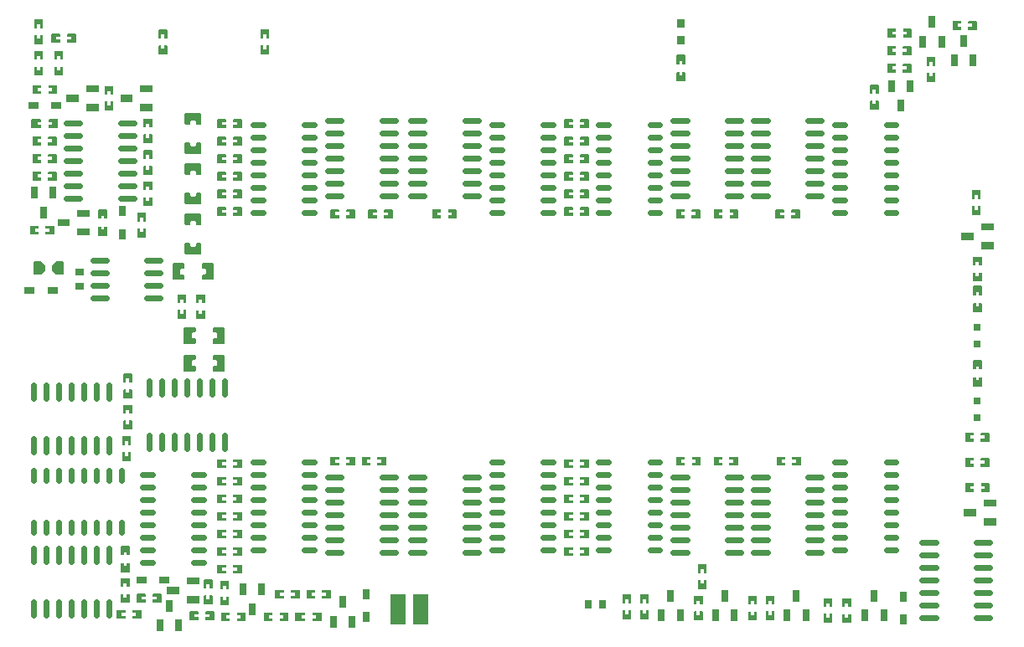
<source format=gtp>
G04 Layer: TopPasteMaskLayer*
G04 EasyEDA v6.4.25, 2022-01-21T19:56:56+01:00*
G04 Gerber Generator version 0.2*
G04 Scale: 100 percent, Rotated: No, Reflected: No *
G04 Dimensions in inches *
G04 leading zeros omitted , absolute positions ,3 integer and 6 decimal *
%FSLAX36Y36*%
%MOIN*%

%ADD13C,0.0234*%
%ADD14C,0.0236*%
%ADD15C,0.0224*%
%ADD21R,0.0315X0.0315*%
%ADD24R,0.0394X0.0295*%
%ADD25R,0.0295X0.0394*%
%ADD26R,0.0276X0.0492*%
%ADD28R,0.0354X0.0315*%
%ADD29R,0.0315X0.0354*%

%LPD*%
G36*
X2699260Y68160D02*
G01*
X2697280Y66180D01*
X2697280Y32719D01*
X2699260Y30740D01*
X2709100Y30740D01*
X2709100Y42560D01*
X2720899Y42560D01*
X2720899Y30740D01*
X2730740Y30740D01*
X2732720Y32719D01*
X2732720Y66180D01*
X2730740Y68160D01*
G37*
G36*
X2699260Y-740D02*
G01*
X2697280Y-2720D01*
X2697280Y-36180D01*
X2699260Y-38140D01*
X2730740Y-38140D01*
X2732720Y-36180D01*
X2732720Y-2720D01*
X2730740Y-740D01*
X2720899Y-740D01*
X2720899Y-12560D01*
X2709100Y-12560D01*
X2709100Y-740D01*
G37*
G36*
X3879260Y-920740D02*
G01*
X3877280Y-922720D01*
X3877280Y-956180D01*
X3879260Y-958160D01*
X3910740Y-958160D01*
X3912720Y-956180D01*
X3912720Y-922720D01*
X3910740Y-920740D01*
X3900899Y-920740D01*
X3900899Y-932560D01*
X3889100Y-932560D01*
X3889100Y-920740D01*
G37*
G36*
X3879260Y-851860D02*
G01*
X3877280Y-853820D01*
X3877280Y-887280D01*
X3879260Y-889260D01*
X3889100Y-889260D01*
X3889100Y-877440D01*
X3900899Y-877440D01*
X3900899Y-889260D01*
X3910740Y-889260D01*
X3912720Y-887280D01*
X3912720Y-853820D01*
X3910740Y-851860D01*
G37*
G36*
X3879260Y-1215740D02*
G01*
X3877280Y-1217720D01*
X3877280Y-1251180D01*
X3879260Y-1253160D01*
X3910740Y-1253160D01*
X3912720Y-1251180D01*
X3912720Y-1217720D01*
X3910740Y-1215740D01*
X3900899Y-1215740D01*
X3900899Y-1227560D01*
X3889100Y-1227560D01*
X3889100Y-1215740D01*
G37*
G36*
X3879260Y-1146860D02*
G01*
X3877280Y-1148820D01*
X3877280Y-1182280D01*
X3879260Y-1184260D01*
X3889100Y-1184260D01*
X3889100Y-1172440D01*
X3900899Y-1172440D01*
X3900899Y-1184260D01*
X3910740Y-1184260D01*
X3912720Y-1182280D01*
X3912720Y-1148820D01*
X3910740Y-1146860D01*
G37*
G36*
X3879260Y-735980D02*
G01*
X3877280Y-737960D01*
X3877280Y-769440D01*
X3879260Y-771420D01*
X3888220Y-771420D01*
X3888220Y-756840D01*
X3901220Y-756840D01*
X3901220Y-771420D01*
X3910740Y-771420D01*
X3912720Y-769440D01*
X3912720Y-737960D01*
X3910740Y-735980D01*
G37*
G36*
X3879260Y-798980D02*
G01*
X3877280Y-800939D01*
X3877280Y-832039D01*
X3879260Y-834020D01*
X3910740Y-834020D01*
X3912720Y-832039D01*
X3912720Y-800939D01*
X3910740Y-798980D01*
X3901220Y-798980D01*
X3901220Y-813940D01*
X3888220Y-813940D01*
X3888220Y-798980D01*
G37*
G36*
X3874260Y-470980D02*
G01*
X3872280Y-472960D01*
X3872280Y-504440D01*
X3874260Y-506420D01*
X3883220Y-506420D01*
X3883220Y-491840D01*
X3896220Y-491840D01*
X3896220Y-506420D01*
X3905740Y-506420D01*
X3907720Y-504440D01*
X3907720Y-472960D01*
X3905740Y-470980D01*
G37*
G36*
X3874260Y-533980D02*
G01*
X3872280Y-535940D01*
X3872280Y-567040D01*
X3874260Y-569020D01*
X3905740Y-569020D01*
X3907720Y-567040D01*
X3907720Y-535940D01*
X3905740Y-533980D01*
X3896220Y-533980D01*
X3896220Y-548940D01*
X3883220Y-548940D01*
X3883220Y-533980D01*
G37*
G36*
X190560Y-612280D02*
G01*
X188580Y-614260D01*
X188580Y-623220D01*
X203160Y-623220D01*
X203160Y-636220D01*
X188580Y-636220D01*
X188580Y-645740D01*
X190560Y-647720D01*
X222040Y-647720D01*
X224020Y-645740D01*
X224020Y-614260D01*
X222040Y-612280D01*
G37*
G36*
X127960Y-612280D02*
G01*
X125980Y-614260D01*
X125980Y-645740D01*
X127960Y-647720D01*
X159060Y-647720D01*
X161020Y-645740D01*
X161020Y-636220D01*
X146060Y-636220D01*
X146060Y-623220D01*
X161020Y-623220D01*
X161020Y-614260D01*
X159060Y-612280D01*
G37*
G36*
X137960Y-52280D02*
G01*
X135980Y-54260D01*
X135980Y-85740D01*
X137960Y-87720D01*
X169440Y-87720D01*
X171420Y-85740D01*
X171420Y-76780D01*
X156840Y-76780D01*
X156840Y-63780D01*
X171420Y-63780D01*
X171420Y-54260D01*
X169440Y-52280D01*
G37*
G36*
X200940Y-52280D02*
G01*
X198980Y-54260D01*
X198980Y-63780D01*
X213939Y-63780D01*
X213939Y-76780D01*
X198980Y-76780D01*
X198980Y-85740D01*
X200940Y-87720D01*
X232040Y-87720D01*
X234020Y-85740D01*
X234020Y-54260D01*
X232040Y-52280D01*
G37*
G36*
X424260Y-118580D02*
G01*
X422280Y-120559D01*
X422280Y-152040D01*
X424260Y-154020D01*
X455740Y-154020D01*
X457720Y-152040D01*
X457720Y-120559D01*
X455740Y-118580D01*
X446780Y-118580D01*
X446780Y-133160D01*
X433780Y-133160D01*
X433780Y-118580D01*
G37*
G36*
X424260Y-55980D02*
G01*
X422280Y-57960D01*
X422280Y-89060D01*
X424260Y-91020D01*
X433780Y-91020D01*
X433780Y-76060D01*
X446780Y-76060D01*
X446780Y-91020D01*
X455740Y-91020D01*
X457720Y-89060D01*
X457720Y-57960D01*
X455740Y-55980D01*
G37*
G36*
X2984260Y-2085980D02*
G01*
X2982280Y-2087960D01*
X2982280Y-2119440D01*
X2984260Y-2121420D01*
X2993220Y-2121420D01*
X2993220Y-2106840D01*
X3006220Y-2106840D01*
X3006220Y-2121420D01*
X3015740Y-2121420D01*
X3017720Y-2119440D01*
X3017720Y-2087960D01*
X3015740Y-2085980D01*
G37*
G36*
X2984260Y-2148980D02*
G01*
X2982280Y-2150940D01*
X2982280Y-2182040D01*
X2984260Y-2184020D01*
X3015740Y-2184020D01*
X3017720Y-2182040D01*
X3017720Y-2150940D01*
X3015740Y-2148980D01*
X3006220Y-2148980D01*
X3006220Y-2163940D01*
X2993220Y-2163940D01*
X2993220Y-2148980D01*
G37*
G36*
X3860560Y202719D02*
G01*
X3858580Y200740D01*
X3858580Y191780D01*
X3873140Y191780D01*
X3873140Y178780D01*
X3858580Y178780D01*
X3858580Y169259D01*
X3860560Y167280D01*
X3892040Y167280D01*
X3894020Y169259D01*
X3894020Y200740D01*
X3892040Y202719D01*
G37*
G36*
X3797960Y202719D02*
G01*
X3795980Y200740D01*
X3795980Y169259D01*
X3797960Y167280D01*
X3829060Y167280D01*
X3831019Y169259D01*
X3831019Y178780D01*
X3816060Y178780D01*
X3816060Y191780D01*
X3831019Y191780D01*
X3831019Y200740D01*
X3829060Y202719D01*
G37*
G36*
X3537960Y172719D02*
G01*
X3535980Y170740D01*
X3535980Y139260D01*
X3537960Y137280D01*
X3569440Y137280D01*
X3571420Y139260D01*
X3571420Y148220D01*
X3556860Y148220D01*
X3556860Y161220D01*
X3571420Y161220D01*
X3571420Y170740D01*
X3569440Y172719D01*
G37*
G36*
X3600940Y172719D02*
G01*
X3598980Y170740D01*
X3598980Y161220D01*
X3613940Y161220D01*
X3613940Y148220D01*
X3598980Y148220D01*
X3598980Y139260D01*
X3600940Y137280D01*
X3632040Y137280D01*
X3634020Y139260D01*
X3634020Y170740D01*
X3632040Y172719D01*
G37*
G36*
X3600560Y32719D02*
G01*
X3598580Y30740D01*
X3598580Y21780D01*
X3613140Y21780D01*
X3613140Y8780D01*
X3598580Y8780D01*
X3598580Y-740D01*
X3600560Y-2720D01*
X3632040Y-2720D01*
X3634020Y-740D01*
X3634020Y30740D01*
X3632040Y32719D01*
G37*
G36*
X3537960Y32719D02*
G01*
X3535980Y30740D01*
X3535980Y-740D01*
X3537960Y-2720D01*
X3569060Y-2720D01*
X3571019Y-740D01*
X3571019Y8780D01*
X3556060Y8780D01*
X3556060Y21780D01*
X3571019Y21780D01*
X3571019Y30740D01*
X3569060Y32719D01*
G37*
G36*
X3469260Y-113580D02*
G01*
X3467280Y-115559D01*
X3467280Y-147040D01*
X3469260Y-149020D01*
X3500740Y-149020D01*
X3502720Y-147040D01*
X3502720Y-115559D01*
X3500740Y-113580D01*
X3491780Y-113580D01*
X3491780Y-128160D01*
X3478780Y-128160D01*
X3478780Y-113580D01*
G37*
G36*
X3469260Y-50980D02*
G01*
X3467280Y-52960D01*
X3467280Y-84060D01*
X3469260Y-86020D01*
X3478780Y-86020D01*
X3478780Y-71060D01*
X3491780Y-71060D01*
X3491780Y-86020D01*
X3500740Y-86020D01*
X3502720Y-84060D01*
X3502720Y-52960D01*
X3500740Y-50980D01*
G37*
G36*
X3600560Y102720D02*
G01*
X3598580Y100740D01*
X3598580Y91780D01*
X3613140Y91780D01*
X3613140Y78780D01*
X3598580Y78780D01*
X3598580Y69260D01*
X3600560Y67280D01*
X3632040Y67280D01*
X3634020Y69260D01*
X3634020Y100740D01*
X3632040Y102720D01*
G37*
G36*
X3537960Y102720D02*
G01*
X3535980Y100740D01*
X3535980Y69260D01*
X3537960Y67280D01*
X3569060Y67280D01*
X3571019Y69260D01*
X3571019Y78780D01*
X3556060Y78780D01*
X3556060Y91780D01*
X3571019Y91780D01*
X3571019Y100740D01*
X3569060Y102720D01*
G37*
G36*
X3694260Y-3580D02*
G01*
X3692280Y-5560D01*
X3692280Y-37040D01*
X3694260Y-39020D01*
X3725740Y-39020D01*
X3727720Y-37040D01*
X3727720Y-5560D01*
X3725740Y-3580D01*
X3716780Y-3580D01*
X3716780Y-18160D01*
X3703780Y-18160D01*
X3703780Y-3580D01*
G37*
G36*
X3694260Y59020D02*
G01*
X3692280Y57040D01*
X3692280Y25940D01*
X3694260Y23980D01*
X3703780Y23980D01*
X3703780Y38940D01*
X3716780Y38940D01*
X3716780Y23980D01*
X3725740Y23980D01*
X3727720Y25940D01*
X3727720Y57040D01*
X3725740Y59020D01*
G37*
G36*
X579260Y-310980D02*
G01*
X577280Y-312960D01*
X577280Y-344440D01*
X579260Y-346420D01*
X588220Y-346420D01*
X588220Y-331840D01*
X601220Y-331840D01*
X601220Y-346420D01*
X610740Y-346420D01*
X612720Y-344440D01*
X612720Y-312960D01*
X610740Y-310980D01*
G37*
G36*
X579260Y-373980D02*
G01*
X577280Y-375940D01*
X577280Y-407040D01*
X579260Y-409020D01*
X610740Y-409020D01*
X612720Y-407040D01*
X612720Y-375940D01*
X610740Y-373980D01*
X601220Y-373980D01*
X601220Y-388940D01*
X588220Y-388940D01*
X588220Y-373980D01*
G37*
G36*
X200560Y-397280D02*
G01*
X198580Y-399260D01*
X198580Y-408220D01*
X213160Y-408220D01*
X213160Y-421220D01*
X198580Y-421220D01*
X198580Y-430740D01*
X200560Y-432720D01*
X232040Y-432720D01*
X234020Y-430740D01*
X234020Y-399260D01*
X232040Y-397280D01*
G37*
G36*
X137960Y-397280D02*
G01*
X135980Y-399260D01*
X135980Y-430740D01*
X137960Y-432720D01*
X169060Y-432720D01*
X171020Y-430740D01*
X171020Y-421220D01*
X156060Y-421220D01*
X156060Y-408220D01*
X171020Y-408220D01*
X171020Y-399260D01*
X169060Y-397280D01*
G37*
G36*
X579260Y-248580D02*
G01*
X577280Y-250560D01*
X577280Y-282040D01*
X579260Y-284020D01*
X610740Y-284020D01*
X612720Y-282040D01*
X612720Y-250560D01*
X610740Y-248580D01*
X601780Y-248580D01*
X601780Y-263160D01*
X588780Y-263160D01*
X588780Y-248580D01*
G37*
G36*
X579260Y-185980D02*
G01*
X577280Y-187960D01*
X577280Y-219060D01*
X579260Y-221020D01*
X588780Y-221020D01*
X588780Y-206060D01*
X601780Y-206060D01*
X601780Y-221020D01*
X610740Y-221020D01*
X612720Y-219060D01*
X612720Y-187960D01*
X610740Y-185980D01*
G37*
G36*
X200560Y-327280D02*
G01*
X198580Y-329260D01*
X198580Y-338220D01*
X213160Y-338220D01*
X213160Y-351220D01*
X198580Y-351220D01*
X198580Y-360740D01*
X200560Y-362720D01*
X232040Y-362720D01*
X234020Y-360740D01*
X234020Y-329260D01*
X232040Y-327280D01*
G37*
G36*
X137960Y-327280D02*
G01*
X135980Y-329260D01*
X135980Y-360740D01*
X137960Y-362720D01*
X169060Y-362720D01*
X171020Y-360740D01*
X171020Y-351220D01*
X156060Y-351220D01*
X156060Y-338220D01*
X171020Y-338220D01*
X171020Y-329260D01*
X169060Y-327280D01*
G37*
G36*
X579260Y-435980D02*
G01*
X577280Y-437960D01*
X577280Y-469440D01*
X579260Y-471420D01*
X588220Y-471420D01*
X588220Y-456840D01*
X601220Y-456840D01*
X601220Y-471420D01*
X610740Y-471420D01*
X612720Y-469440D01*
X612720Y-437960D01*
X610740Y-435980D01*
G37*
G36*
X579260Y-498980D02*
G01*
X577280Y-500940D01*
X577280Y-532040D01*
X579260Y-534020D01*
X610740Y-534020D01*
X612720Y-532040D01*
X612720Y-500940D01*
X610740Y-498980D01*
X601220Y-498980D01*
X601220Y-513940D01*
X588220Y-513940D01*
X588220Y-498980D01*
G37*
G36*
X3054260Y-2148580D02*
G01*
X3052280Y-2150560D01*
X3052280Y-2182040D01*
X3054260Y-2184020D01*
X3085740Y-2184020D01*
X3087720Y-2182040D01*
X3087720Y-2150560D01*
X3085740Y-2148580D01*
X3076780Y-2148580D01*
X3076780Y-2163160D01*
X3063780Y-2163160D01*
X3063780Y-2148580D01*
G37*
G36*
X3054260Y-2085980D02*
G01*
X3052280Y-2087960D01*
X3052280Y-2119060D01*
X3054260Y-2121020D01*
X3063780Y-2121020D01*
X3063780Y-2106060D01*
X3076780Y-2106060D01*
X3076780Y-2121020D01*
X3085740Y-2121020D01*
X3087720Y-2119060D01*
X3087720Y-2087960D01*
X3085740Y-2085980D01*
G37*
G36*
X2769260Y-2148580D02*
G01*
X2767280Y-2150560D01*
X2767280Y-2182040D01*
X2769260Y-2184020D01*
X2800740Y-2184020D01*
X2802720Y-2182040D01*
X2802720Y-2150560D01*
X2800740Y-2148580D01*
X2791780Y-2148580D01*
X2791780Y-2163160D01*
X2778780Y-2163160D01*
X2778780Y-2148580D01*
G37*
G36*
X2769260Y-2085980D02*
G01*
X2767280Y-2087960D01*
X2767280Y-2119060D01*
X2769260Y-2121020D01*
X2778780Y-2121020D01*
X2778780Y-2106060D01*
X2791780Y-2106060D01*
X2791780Y-2121020D01*
X2800740Y-2121020D01*
X2802720Y-2119060D01*
X2802720Y-2087960D01*
X2800740Y-2085980D01*
G37*
G36*
X2784260Y-2023580D02*
G01*
X2782280Y-2025560D01*
X2782280Y-2057040D01*
X2784260Y-2059019D01*
X2815740Y-2059019D01*
X2817720Y-2057040D01*
X2817720Y-2025560D01*
X2815740Y-2023580D01*
X2806780Y-2023580D01*
X2806780Y-2038160D01*
X2793780Y-2038160D01*
X2793780Y-2023580D01*
G37*
G36*
X2784260Y-1960980D02*
G01*
X2782280Y-1962960D01*
X2782280Y-1994060D01*
X2784260Y-1996020D01*
X2793780Y-1996020D01*
X2793780Y-1981060D01*
X2806780Y-1981060D01*
X2806780Y-1996020D01*
X2815740Y-1996020D01*
X2817720Y-1994060D01*
X2817720Y-1962960D01*
X2815740Y-1960980D01*
G37*
G36*
X2484260Y-2080980D02*
G01*
X2482280Y-2082960D01*
X2482280Y-2114440D01*
X2484260Y-2116420D01*
X2493220Y-2116420D01*
X2493220Y-2101840D01*
X2506220Y-2101840D01*
X2506220Y-2116420D01*
X2515740Y-2116420D01*
X2517720Y-2114440D01*
X2517720Y-2082960D01*
X2515740Y-2080980D01*
G37*
G36*
X2484260Y-2143980D02*
G01*
X2482280Y-2145940D01*
X2482280Y-2177040D01*
X2484260Y-2179020D01*
X2515740Y-2179020D01*
X2517720Y-2177040D01*
X2517720Y-2145940D01*
X2515740Y-2143980D01*
X2506220Y-2143980D01*
X2506220Y-2158940D01*
X2493220Y-2158940D01*
X2493220Y-2143980D01*
G37*
G36*
X2554260Y-2143580D02*
G01*
X2552280Y-2145560D01*
X2552280Y-2177040D01*
X2554260Y-2179020D01*
X2585740Y-2179020D01*
X2587720Y-2177040D01*
X2587720Y-2145560D01*
X2585740Y-2143580D01*
X2576780Y-2143580D01*
X2576780Y-2158160D01*
X2563780Y-2158160D01*
X2563780Y-2143580D01*
G37*
G36*
X2554260Y-2080980D02*
G01*
X2552280Y-2082960D01*
X2552280Y-2114060D01*
X2554260Y-2116020D01*
X2563780Y-2116020D01*
X2563780Y-2101060D01*
X2576780Y-2101060D01*
X2576780Y-2116020D01*
X2585740Y-2116020D01*
X2587720Y-2114060D01*
X2587720Y-2082960D01*
X2585740Y-2080980D01*
G37*
G36*
X872960Y-187280D02*
G01*
X870980Y-189259D01*
X870980Y-220740D01*
X872960Y-222719D01*
X904440Y-222719D01*
X906420Y-220740D01*
X906420Y-211780D01*
X891860Y-211780D01*
X891860Y-198780D01*
X906420Y-198780D01*
X906420Y-189259D01*
X904440Y-187280D01*
G37*
G36*
X935939Y-187280D02*
G01*
X933980Y-189259D01*
X933980Y-198780D01*
X948940Y-198780D01*
X948940Y-211780D01*
X933980Y-211780D01*
X933980Y-220740D01*
X935939Y-222719D01*
X967039Y-222719D01*
X969020Y-220740D01*
X969020Y-189259D01*
X967039Y-187280D01*
G37*
G36*
X1727960Y-547280D02*
G01*
X1725980Y-549260D01*
X1725980Y-580740D01*
X1727960Y-582720D01*
X1759440Y-582720D01*
X1761420Y-580740D01*
X1761420Y-571780D01*
X1746860Y-571780D01*
X1746860Y-558780D01*
X1761420Y-558780D01*
X1761420Y-549260D01*
X1759440Y-547280D01*
G37*
G36*
X1790940Y-547280D02*
G01*
X1788980Y-549260D01*
X1788980Y-558780D01*
X1803940Y-558780D01*
X1803940Y-571780D01*
X1788980Y-571780D01*
X1788980Y-580740D01*
X1790940Y-582720D01*
X1822040Y-582720D01*
X1824019Y-580740D01*
X1824019Y-549260D01*
X1822040Y-547280D01*
G37*
G36*
X1385560Y-547280D02*
G01*
X1383580Y-549260D01*
X1383580Y-558220D01*
X1398140Y-558220D01*
X1398140Y-571220D01*
X1383580Y-571220D01*
X1383580Y-580740D01*
X1385560Y-582720D01*
X1417040Y-582720D01*
X1419019Y-580740D01*
X1419019Y-549260D01*
X1417040Y-547280D01*
G37*
G36*
X1322960Y-547280D02*
G01*
X1320980Y-549260D01*
X1320980Y-580740D01*
X1322960Y-582720D01*
X1354060Y-582720D01*
X1356020Y-580740D01*
X1356020Y-571220D01*
X1341060Y-571220D01*
X1341060Y-558220D01*
X1356020Y-558220D01*
X1356020Y-549260D01*
X1354060Y-547280D01*
G37*
G36*
X872960Y-537280D02*
G01*
X870980Y-539260D01*
X870980Y-570740D01*
X872960Y-572720D01*
X904440Y-572720D01*
X906420Y-570740D01*
X906420Y-561780D01*
X891860Y-561780D01*
X891860Y-548780D01*
X906420Y-548780D01*
X906420Y-539260D01*
X904440Y-537280D01*
G37*
G36*
X935939Y-537280D02*
G01*
X933980Y-539260D01*
X933980Y-548780D01*
X948940Y-548780D01*
X948940Y-561780D01*
X933980Y-561780D01*
X933980Y-570740D01*
X935939Y-572720D01*
X967039Y-572720D01*
X969020Y-570740D01*
X969020Y-539260D01*
X967039Y-537280D01*
G37*
G36*
X872960Y-257280D02*
G01*
X870980Y-259259D01*
X870980Y-290740D01*
X872960Y-292720D01*
X904440Y-292720D01*
X906420Y-290740D01*
X906420Y-281780D01*
X891860Y-281780D01*
X891860Y-268780D01*
X906420Y-268780D01*
X906420Y-259259D01*
X904440Y-257280D01*
G37*
G36*
X935939Y-257280D02*
G01*
X933980Y-259259D01*
X933980Y-268780D01*
X948940Y-268780D01*
X948940Y-281780D01*
X933980Y-281780D01*
X933980Y-290740D01*
X935939Y-292720D01*
X967039Y-292720D01*
X969020Y-290740D01*
X969020Y-259259D01*
X967039Y-257280D01*
G37*
G36*
X872960Y-397280D02*
G01*
X870980Y-399260D01*
X870980Y-430740D01*
X872960Y-432720D01*
X904440Y-432720D01*
X906420Y-430740D01*
X906420Y-421780D01*
X891860Y-421780D01*
X891860Y-408780D01*
X906420Y-408780D01*
X906420Y-399260D01*
X904440Y-397280D01*
G37*
G36*
X935939Y-397280D02*
G01*
X933980Y-399260D01*
X933980Y-408780D01*
X948940Y-408780D01*
X948940Y-421780D01*
X933980Y-421780D01*
X933980Y-430740D01*
X935939Y-432720D01*
X967039Y-432720D01*
X969020Y-430740D01*
X969020Y-399260D01*
X967039Y-397280D01*
G37*
G36*
X2910560Y-1532280D02*
G01*
X2908580Y-1534259D01*
X2908580Y-1543220D01*
X2923140Y-1543220D01*
X2923140Y-1556220D01*
X2908580Y-1556220D01*
X2908580Y-1565740D01*
X2910560Y-1567720D01*
X2942040Y-1567720D01*
X2944020Y-1565740D01*
X2944020Y-1534259D01*
X2942040Y-1532280D01*
G37*
G36*
X2847960Y-1532280D02*
G01*
X2845980Y-1534259D01*
X2845980Y-1565740D01*
X2847960Y-1567720D01*
X2879060Y-1567720D01*
X2881019Y-1565740D01*
X2881019Y-1556220D01*
X2866060Y-1556220D01*
X2866060Y-1543220D01*
X2881019Y-1543220D01*
X2881019Y-1534259D01*
X2879060Y-1532280D01*
G37*
G36*
X3160560Y-1532280D02*
G01*
X3158580Y-1534259D01*
X3158580Y-1543220D01*
X3173140Y-1543220D01*
X3173140Y-1556220D01*
X3158580Y-1556220D01*
X3158580Y-1565740D01*
X3160560Y-1567720D01*
X3192040Y-1567720D01*
X3194020Y-1565740D01*
X3194020Y-1534259D01*
X3192040Y-1532280D01*
G37*
G36*
X3097960Y-1532280D02*
G01*
X3095980Y-1534259D01*
X3095980Y-1565740D01*
X3097960Y-1567720D01*
X3129060Y-1567720D01*
X3131019Y-1565740D01*
X3131019Y-1556220D01*
X3116060Y-1556220D01*
X3116060Y-1543220D01*
X3131019Y-1543220D01*
X3131019Y-1534259D01*
X3129060Y-1532280D01*
G37*
G36*
X2252960Y-1822280D02*
G01*
X2250980Y-1824259D01*
X2250980Y-1855740D01*
X2252960Y-1857720D01*
X2284440Y-1857720D01*
X2286420Y-1855740D01*
X2286420Y-1846780D01*
X2271860Y-1846780D01*
X2271860Y-1833779D01*
X2286420Y-1833779D01*
X2286420Y-1824259D01*
X2284440Y-1822280D01*
G37*
G36*
X2315940Y-1822280D02*
G01*
X2313980Y-1824259D01*
X2313980Y-1833779D01*
X2328940Y-1833779D01*
X2328940Y-1846780D01*
X2313980Y-1846780D01*
X2313980Y-1855740D01*
X2315940Y-1857720D01*
X2347040Y-1857720D01*
X2349020Y-1855740D01*
X2349020Y-1824259D01*
X2347040Y-1822280D01*
G37*
G36*
X2252960Y-1892280D02*
G01*
X2250980Y-1894259D01*
X2250980Y-1925740D01*
X2252960Y-1927720D01*
X2284440Y-1927720D01*
X2286420Y-1925740D01*
X2286420Y-1916780D01*
X2271860Y-1916780D01*
X2271860Y-1903779D01*
X2286420Y-1903779D01*
X2286420Y-1894259D01*
X2284440Y-1892280D01*
G37*
G36*
X2315940Y-1892280D02*
G01*
X2313980Y-1894259D01*
X2313980Y-1903779D01*
X2328940Y-1903779D01*
X2328940Y-1916780D01*
X2313980Y-1916780D01*
X2313980Y-1925740D01*
X2315940Y-1927720D01*
X2347040Y-1927720D01*
X2349020Y-1925740D01*
X2349020Y-1894259D01*
X2347040Y-1892280D01*
G37*
G36*
X2252960Y-1542280D02*
G01*
X2250980Y-1544259D01*
X2250980Y-1575740D01*
X2252960Y-1577720D01*
X2284440Y-1577720D01*
X2286420Y-1575740D01*
X2286420Y-1566780D01*
X2271860Y-1566780D01*
X2271860Y-1553779D01*
X2286420Y-1553779D01*
X2286420Y-1544259D01*
X2284440Y-1542280D01*
G37*
G36*
X2315940Y-1542280D02*
G01*
X2313980Y-1544259D01*
X2313980Y-1553779D01*
X2328940Y-1553779D01*
X2328940Y-1566780D01*
X2313980Y-1566780D01*
X2313980Y-1575740D01*
X2315940Y-1577720D01*
X2347040Y-1577720D01*
X2349020Y-1575740D01*
X2349020Y-1544259D01*
X2347040Y-1542280D01*
G37*
G36*
X2252960Y-1612280D02*
G01*
X2250980Y-1614259D01*
X2250980Y-1645740D01*
X2252960Y-1647720D01*
X2284440Y-1647720D01*
X2286420Y-1645740D01*
X2286420Y-1636780D01*
X2271860Y-1636780D01*
X2271860Y-1623779D01*
X2286420Y-1623779D01*
X2286420Y-1614259D01*
X2284440Y-1612280D01*
G37*
G36*
X2315940Y-1612280D02*
G01*
X2313980Y-1614259D01*
X2313980Y-1623779D01*
X2328940Y-1623779D01*
X2328940Y-1636780D01*
X2313980Y-1636780D01*
X2313980Y-1645740D01*
X2315940Y-1647720D01*
X2347040Y-1647720D01*
X2349020Y-1645740D01*
X2349020Y-1614259D01*
X2347040Y-1612280D01*
G37*
G36*
X2252960Y-1682280D02*
G01*
X2250980Y-1684259D01*
X2250980Y-1715740D01*
X2252960Y-1717720D01*
X2284440Y-1717720D01*
X2286420Y-1715740D01*
X2286420Y-1706780D01*
X2271860Y-1706780D01*
X2271860Y-1693779D01*
X2286420Y-1693779D01*
X2286420Y-1684259D01*
X2284440Y-1682280D01*
G37*
G36*
X2315940Y-1682280D02*
G01*
X2313980Y-1684259D01*
X2313980Y-1693779D01*
X2328940Y-1693779D01*
X2328940Y-1706780D01*
X2313980Y-1706780D01*
X2313980Y-1715740D01*
X2315940Y-1717720D01*
X2347040Y-1717720D01*
X2349020Y-1715740D01*
X2349020Y-1684259D01*
X2347040Y-1682280D01*
G37*
G36*
X2252960Y-1752280D02*
G01*
X2250980Y-1754259D01*
X2250980Y-1785740D01*
X2252960Y-1787720D01*
X2284440Y-1787720D01*
X2286420Y-1785740D01*
X2286420Y-1776780D01*
X2271860Y-1776780D01*
X2271860Y-1763779D01*
X2286420Y-1763779D01*
X2286420Y-1754259D01*
X2284440Y-1752280D01*
G37*
G36*
X2315940Y-1752280D02*
G01*
X2313980Y-1754259D01*
X2313980Y-1763779D01*
X2328940Y-1763779D01*
X2328940Y-1776780D01*
X2313980Y-1776780D01*
X2313980Y-1785740D01*
X2315940Y-1787720D01*
X2347040Y-1787720D01*
X2349020Y-1785740D01*
X2349020Y-1754259D01*
X2347040Y-1752280D01*
G37*
G36*
X2697960Y-1532280D02*
G01*
X2695980Y-1534259D01*
X2695980Y-1565740D01*
X2697960Y-1567720D01*
X2729440Y-1567720D01*
X2731420Y-1565740D01*
X2731420Y-1556780D01*
X2716860Y-1556780D01*
X2716860Y-1543779D01*
X2731420Y-1543779D01*
X2731420Y-1534259D01*
X2729440Y-1532280D01*
G37*
G36*
X2760940Y-1532280D02*
G01*
X2758980Y-1534259D01*
X2758980Y-1543779D01*
X2773940Y-1543779D01*
X2773940Y-1556780D01*
X2758980Y-1556780D01*
X2758980Y-1565740D01*
X2760940Y-1567720D01*
X2792040Y-1567720D01*
X2794020Y-1565740D01*
X2794020Y-1534259D01*
X2792040Y-1532280D01*
G37*
G36*
X935560Y-1682280D02*
G01*
X933580Y-1684259D01*
X933580Y-1693220D01*
X948139Y-1693220D01*
X948139Y-1706220D01*
X933580Y-1706220D01*
X933580Y-1715740D01*
X935560Y-1717720D01*
X967039Y-1717720D01*
X969020Y-1715740D01*
X969020Y-1684259D01*
X967039Y-1682280D01*
G37*
G36*
X872960Y-1682280D02*
G01*
X870980Y-1684259D01*
X870980Y-1715740D01*
X872960Y-1717720D01*
X904060Y-1717720D01*
X906020Y-1715740D01*
X906020Y-1706220D01*
X891060Y-1706220D01*
X891060Y-1693220D01*
X906020Y-1693220D01*
X906020Y-1684259D01*
X904060Y-1682280D01*
G37*
G36*
X872960Y-1822280D02*
G01*
X870980Y-1824259D01*
X870980Y-1855740D01*
X872960Y-1857720D01*
X904440Y-1857720D01*
X906420Y-1855740D01*
X906420Y-1846780D01*
X891860Y-1846780D01*
X891860Y-1833779D01*
X906420Y-1833779D01*
X906420Y-1824259D01*
X904440Y-1822280D01*
G37*
G36*
X935939Y-1822280D02*
G01*
X933980Y-1824259D01*
X933980Y-1833779D01*
X948940Y-1833779D01*
X948940Y-1846780D01*
X933980Y-1846780D01*
X933980Y-1855740D01*
X935939Y-1857720D01*
X967039Y-1857720D01*
X969020Y-1855740D01*
X969020Y-1824259D01*
X967039Y-1822280D01*
G37*
G36*
X872960Y-1752280D02*
G01*
X870980Y-1754259D01*
X870980Y-1785740D01*
X872960Y-1787720D01*
X904440Y-1787720D01*
X906420Y-1785740D01*
X906420Y-1776780D01*
X891860Y-1776780D01*
X891860Y-1763779D01*
X906420Y-1763779D01*
X906420Y-1754259D01*
X904440Y-1752280D01*
G37*
G36*
X935939Y-1752280D02*
G01*
X933980Y-1754259D01*
X933980Y-1763779D01*
X948940Y-1763779D01*
X948940Y-1776780D01*
X933980Y-1776780D01*
X933980Y-1785740D01*
X935939Y-1787720D01*
X967039Y-1787720D01*
X969020Y-1785740D01*
X969020Y-1754259D01*
X967039Y-1752280D01*
G37*
G36*
X872960Y-1612280D02*
G01*
X870980Y-1614259D01*
X870980Y-1645740D01*
X872960Y-1647720D01*
X904440Y-1647720D01*
X906420Y-1645740D01*
X906420Y-1636780D01*
X891860Y-1636780D01*
X891860Y-1623779D01*
X906420Y-1623779D01*
X906420Y-1614259D01*
X904440Y-1612280D01*
G37*
G36*
X935939Y-1612280D02*
G01*
X933980Y-1614259D01*
X933980Y-1623779D01*
X948940Y-1623779D01*
X948940Y-1636780D01*
X933980Y-1636780D01*
X933980Y-1645740D01*
X935939Y-1647720D01*
X967039Y-1647720D01*
X969020Y-1645740D01*
X969020Y-1614259D01*
X967039Y-1612280D01*
G37*
G36*
X872960Y-1542280D02*
G01*
X870980Y-1544259D01*
X870980Y-1575740D01*
X872960Y-1577720D01*
X904440Y-1577720D01*
X906420Y-1575740D01*
X906420Y-1566780D01*
X891860Y-1566780D01*
X891860Y-1553779D01*
X906420Y-1553779D01*
X906420Y-1544259D01*
X904440Y-1542280D01*
G37*
G36*
X935939Y-1542280D02*
G01*
X933980Y-1544259D01*
X933980Y-1553779D01*
X948940Y-1553779D01*
X948940Y-1566780D01*
X933980Y-1566780D01*
X933980Y-1575740D01*
X935939Y-1577720D01*
X967039Y-1577720D01*
X969020Y-1575740D01*
X969020Y-1544259D01*
X967039Y-1542280D01*
G37*
G36*
X872960Y-1962280D02*
G01*
X870980Y-1964259D01*
X870980Y-1995740D01*
X872960Y-1997720D01*
X904440Y-1997720D01*
X906420Y-1995740D01*
X906420Y-1986780D01*
X891860Y-1986780D01*
X891860Y-1973779D01*
X906420Y-1973779D01*
X906420Y-1964259D01*
X904440Y-1962280D01*
G37*
G36*
X935939Y-1962280D02*
G01*
X933980Y-1964259D01*
X933980Y-1973779D01*
X948940Y-1973779D01*
X948940Y-1986780D01*
X933980Y-1986780D01*
X933980Y-1995740D01*
X935939Y-1997720D01*
X967039Y-1997720D01*
X969020Y-1995740D01*
X969020Y-1964259D01*
X967039Y-1962280D01*
G37*
G36*
X872960Y-1892280D02*
G01*
X870980Y-1894259D01*
X870980Y-1925740D01*
X872960Y-1927720D01*
X904440Y-1927720D01*
X906420Y-1925740D01*
X906420Y-1916780D01*
X891860Y-1916780D01*
X891860Y-1903779D01*
X906420Y-1903779D01*
X906420Y-1894259D01*
X904440Y-1892280D01*
G37*
G36*
X935939Y-1892280D02*
G01*
X933980Y-1894259D01*
X933980Y-1903779D01*
X948940Y-1903779D01*
X948940Y-1916780D01*
X933980Y-1916780D01*
X933980Y-1925740D01*
X935939Y-1927720D01*
X967039Y-1927720D01*
X969020Y-1925740D01*
X969020Y-1894259D01*
X967039Y-1892280D01*
G37*
G36*
X1510560Y-1532280D02*
G01*
X1508580Y-1534259D01*
X1508580Y-1543220D01*
X1523140Y-1543220D01*
X1523140Y-1556220D01*
X1508580Y-1556220D01*
X1508580Y-1565740D01*
X1510560Y-1567720D01*
X1542040Y-1567720D01*
X1544019Y-1565740D01*
X1544019Y-1534259D01*
X1542040Y-1532280D01*
G37*
G36*
X1447960Y-1532280D02*
G01*
X1445980Y-1534259D01*
X1445980Y-1565740D01*
X1447960Y-1567720D01*
X1479060Y-1567720D01*
X1481020Y-1565740D01*
X1481020Y-1556220D01*
X1466060Y-1556220D01*
X1466060Y-1543220D01*
X1481020Y-1543220D01*
X1481020Y-1534259D01*
X1479060Y-1532280D01*
G37*
G36*
X1385560Y-1532280D02*
G01*
X1383580Y-1534259D01*
X1383580Y-1543220D01*
X1398140Y-1543220D01*
X1398140Y-1556220D01*
X1383580Y-1556220D01*
X1383580Y-1565740D01*
X1385560Y-1567720D01*
X1417040Y-1567720D01*
X1419019Y-1565740D01*
X1419019Y-1534259D01*
X1417040Y-1532280D01*
G37*
G36*
X1322960Y-1532280D02*
G01*
X1320980Y-1534259D01*
X1320980Y-1565740D01*
X1322960Y-1567720D01*
X1354060Y-1567720D01*
X1356020Y-1565740D01*
X1356020Y-1556220D01*
X1341060Y-1556220D01*
X1341060Y-1543220D01*
X1356020Y-1543220D01*
X1356020Y-1534259D01*
X1354060Y-1532280D01*
G37*
G36*
X144260Y84019D02*
G01*
X142280Y82040D01*
X142280Y50560D01*
X144260Y48580D01*
X153220Y48580D01*
X153220Y63160D01*
X166220Y63160D01*
X166220Y48580D01*
X175740Y48580D01*
X177719Y50560D01*
X177719Y82040D01*
X175740Y84019D01*
G37*
G36*
X144260Y21020D02*
G01*
X142280Y19060D01*
X142280Y-12040D01*
X144260Y-14020D01*
X175740Y-14020D01*
X177719Y-12040D01*
X177719Y19060D01*
X175740Y21020D01*
X166220Y21020D01*
X166220Y6060D01*
X153220Y6060D01*
X153220Y21020D01*
G37*
G36*
X144260Y146420D02*
G01*
X142280Y144440D01*
X142280Y112960D01*
X144260Y110980D01*
X175740Y110980D01*
X177719Y112960D01*
X177719Y144440D01*
X175740Y146420D01*
X166780Y146420D01*
X166780Y131840D01*
X153780Y131840D01*
X153780Y146420D01*
G37*
G36*
X144260Y209020D02*
G01*
X142280Y207040D01*
X142280Y175940D01*
X144260Y173980D01*
X153780Y173980D01*
X153780Y188939D01*
X166780Y188939D01*
X166780Y173980D01*
X175740Y173980D01*
X177719Y175940D01*
X177719Y207040D01*
X175740Y209020D01*
G37*
G36*
X1044260Y169020D02*
G01*
X1042280Y167040D01*
X1042280Y135560D01*
X1044260Y133580D01*
X1053220Y133580D01*
X1053220Y148160D01*
X1066220Y148160D01*
X1066220Y133580D01*
X1075740Y133580D01*
X1077720Y135560D01*
X1077720Y167040D01*
X1075740Y169020D01*
G37*
G36*
X1044260Y106020D02*
G01*
X1042280Y104060D01*
X1042280Y72960D01*
X1044260Y70980D01*
X1075740Y70980D01*
X1077720Y72960D01*
X1077720Y104060D01*
X1075740Y106020D01*
X1066220Y106020D01*
X1066220Y91060D01*
X1053220Y91060D01*
X1053220Y106020D01*
G37*
G36*
X639260Y106420D02*
G01*
X637280Y104440D01*
X637280Y72960D01*
X639260Y70980D01*
X670740Y70980D01*
X672720Y72960D01*
X672720Y104440D01*
X670740Y106420D01*
X661780Y106420D01*
X661780Y91840D01*
X648780Y91840D01*
X648780Y106420D01*
G37*
G36*
X639260Y169020D02*
G01*
X637280Y167040D01*
X637280Y135940D01*
X639260Y133980D01*
X648780Y133980D01*
X648780Y148940D01*
X661780Y148940D01*
X661780Y133980D01*
X670740Y133980D01*
X672720Y135940D01*
X672720Y167040D01*
X670740Y169020D01*
G37*
G36*
X499260Y-1263580D02*
G01*
X497280Y-1265560D01*
X497280Y-1297040D01*
X499260Y-1299019D01*
X530740Y-1299019D01*
X532720Y-1297040D01*
X532720Y-1265560D01*
X530740Y-1263580D01*
X521780Y-1263580D01*
X521780Y-1278160D01*
X508780Y-1278160D01*
X508780Y-1263580D01*
G37*
G36*
X499260Y-1200980D02*
G01*
X497280Y-1202960D01*
X497280Y-1234060D01*
X499260Y-1236020D01*
X508780Y-1236020D01*
X508780Y-1221060D01*
X521780Y-1221060D01*
X521780Y-1236020D01*
X530740Y-1236020D01*
X532720Y-1234060D01*
X532720Y-1202960D01*
X530740Y-1200980D01*
G37*
G36*
X494260Y-1450980D02*
G01*
X492280Y-1452960D01*
X492280Y-1484440D01*
X494260Y-1486420D01*
X503220Y-1486420D01*
X503220Y-1471840D01*
X516220Y-1471840D01*
X516220Y-1486420D01*
X525740Y-1486420D01*
X527720Y-1484440D01*
X527720Y-1452960D01*
X525740Y-1450980D01*
G37*
G36*
X494260Y-1513980D02*
G01*
X492280Y-1515940D01*
X492280Y-1547040D01*
X494260Y-1549019D01*
X525740Y-1549019D01*
X527720Y-1547040D01*
X527720Y-1515940D01*
X525740Y-1513980D01*
X516220Y-1513980D01*
X516220Y-1528940D01*
X503220Y-1528940D01*
X503220Y-1513980D01*
G37*
G36*
X224259Y84019D02*
G01*
X222280Y82040D01*
X222280Y50560D01*
X224259Y48580D01*
X233220Y48580D01*
X233220Y63160D01*
X246220Y63160D01*
X246220Y48580D01*
X255740Y48580D01*
X257719Y50560D01*
X257719Y82040D01*
X255740Y84019D01*
G37*
G36*
X224259Y21020D02*
G01*
X222280Y19060D01*
X222280Y-12040D01*
X224259Y-14020D01*
X255740Y-14020D01*
X257719Y-12040D01*
X257719Y19060D01*
X255740Y21020D01*
X246220Y21020D01*
X246220Y6060D01*
X233220Y6060D01*
X233220Y21020D01*
G37*
G36*
X212960Y152720D02*
G01*
X210980Y150740D01*
X210980Y119260D01*
X212960Y117280D01*
X244440Y117280D01*
X246420Y119260D01*
X246420Y128219D01*
X231840Y128219D01*
X231840Y141220D01*
X246420Y141220D01*
X246420Y150740D01*
X244440Y152720D01*
G37*
G36*
X275940Y152720D02*
G01*
X273980Y150740D01*
X273980Y141220D01*
X288940Y141220D01*
X288940Y128219D01*
X273980Y128219D01*
X273980Y119260D01*
X275940Y117280D01*
X307040Y117280D01*
X309020Y119260D01*
X309020Y150740D01*
X307040Y152720D01*
G37*
G36*
X499260Y-1388580D02*
G01*
X497280Y-1390560D01*
X497280Y-1422040D01*
X499260Y-1424019D01*
X530740Y-1424019D01*
X532720Y-1422040D01*
X532720Y-1390560D01*
X530740Y-1388580D01*
X521780Y-1388580D01*
X521780Y-1403160D01*
X508780Y-1403160D01*
X508780Y-1388580D01*
G37*
G36*
X499260Y-1325980D02*
G01*
X497280Y-1327960D01*
X497280Y-1359060D01*
X499260Y-1361020D01*
X508780Y-1361020D01*
X508780Y-1346060D01*
X521780Y-1346060D01*
X521780Y-1361020D01*
X530740Y-1361020D01*
X532720Y-1359060D01*
X532720Y-1327960D01*
X530740Y-1325980D01*
G37*
G36*
X229340Y-752900D02*
G01*
X214180Y-771320D01*
X214180Y-788680D01*
X229340Y-807099D01*
X256400Y-807099D01*
X260340Y-803160D01*
X260340Y-756820D01*
X256400Y-752900D01*
G37*
G36*
X143600Y-752900D02*
G01*
X139660Y-756820D01*
X139660Y-803160D01*
X143600Y-807099D01*
X170660Y-807099D01*
X185820Y-788680D01*
X185820Y-771320D01*
X170660Y-752900D01*
G37*
G36*
X813379Y-761520D02*
G01*
X809440Y-765460D01*
X809440Y-779680D01*
X813379Y-783620D01*
X821680Y-783620D01*
X825620Y-787560D01*
X825620Y-802440D01*
X821680Y-806380D01*
X813379Y-806380D01*
X809440Y-810320D01*
X809440Y-824539D01*
X813379Y-828480D01*
X853060Y-828480D01*
X856979Y-824539D01*
X856979Y-765460D01*
X853060Y-761520D01*
G37*
G36*
X696940Y-761520D02*
G01*
X693020Y-765460D01*
X693020Y-824539D01*
X696940Y-828480D01*
X736620Y-828480D01*
X740560Y-824539D01*
X740560Y-810320D01*
X736620Y-806380D01*
X728319Y-806380D01*
X724380Y-802440D01*
X724380Y-787560D01*
X728319Y-783620D01*
X736620Y-783620D01*
X740560Y-779680D01*
X740560Y-765460D01*
X736620Y-761520D01*
G37*
G36*
X745460Y-479440D02*
G01*
X741520Y-483380D01*
X741520Y-523060D01*
X745460Y-526980D01*
X804539Y-526980D01*
X808480Y-523060D01*
X808480Y-483380D01*
X804539Y-479440D01*
X790320Y-479440D01*
X786380Y-483380D01*
X786380Y-491680D01*
X782440Y-495620D01*
X767560Y-495620D01*
X763620Y-491680D01*
X763620Y-483380D01*
X759680Y-479440D01*
G37*
G36*
X745460Y-363020D02*
G01*
X741520Y-366940D01*
X741520Y-406620D01*
X745460Y-410560D01*
X759680Y-410560D01*
X763620Y-406620D01*
X763620Y-398320D01*
X767560Y-394380D01*
X782440Y-394380D01*
X786380Y-398320D01*
X786380Y-406620D01*
X790320Y-410560D01*
X804539Y-410560D01*
X808480Y-406620D01*
X808480Y-366940D01*
X804539Y-363020D01*
G37*
G36*
X745460Y-163020D02*
G01*
X741520Y-166940D01*
X741520Y-206620D01*
X745460Y-210560D01*
X759680Y-210560D01*
X763620Y-206620D01*
X763620Y-198320D01*
X767560Y-194380D01*
X782440Y-194380D01*
X786380Y-198320D01*
X786380Y-206620D01*
X790320Y-210560D01*
X804539Y-210560D01*
X808480Y-206620D01*
X808480Y-166940D01*
X804539Y-163020D01*
G37*
G36*
X745460Y-279440D02*
G01*
X741520Y-283380D01*
X741520Y-323060D01*
X745460Y-326980D01*
X804539Y-326980D01*
X808480Y-323060D01*
X808480Y-283380D01*
X804539Y-279440D01*
X790320Y-279440D01*
X786380Y-283380D01*
X786380Y-291680D01*
X782440Y-295620D01*
X767560Y-295620D01*
X763620Y-291680D01*
X763620Y-283380D01*
X759680Y-279440D01*
G37*
G36*
X745460Y-563020D02*
G01*
X741520Y-566940D01*
X741520Y-606620D01*
X745460Y-610560D01*
X759680Y-610560D01*
X763620Y-606620D01*
X763620Y-598320D01*
X767560Y-594380D01*
X782440Y-594380D01*
X786380Y-598320D01*
X786380Y-606620D01*
X790320Y-610560D01*
X804539Y-610560D01*
X808480Y-606620D01*
X808480Y-566940D01*
X804539Y-563020D01*
G37*
G36*
X745460Y-679440D02*
G01*
X741520Y-683379D01*
X741520Y-723060D01*
X745460Y-726979D01*
X804539Y-726979D01*
X808480Y-723060D01*
X808480Y-683379D01*
X804539Y-679440D01*
X790320Y-679440D01*
X786380Y-683379D01*
X786380Y-691680D01*
X782440Y-695620D01*
X767560Y-695620D01*
X763620Y-691680D01*
X763620Y-683379D01*
X759680Y-679440D01*
G37*
G36*
X714260Y-948580D02*
G01*
X712280Y-950560D01*
X712280Y-982039D01*
X714260Y-984020D01*
X745740Y-984020D01*
X747720Y-982039D01*
X747720Y-950560D01*
X745740Y-948580D01*
X736780Y-948580D01*
X736780Y-963160D01*
X723780Y-963160D01*
X723780Y-948580D01*
G37*
G36*
X714260Y-885980D02*
G01*
X712280Y-887960D01*
X712280Y-919060D01*
X714260Y-921020D01*
X723780Y-921020D01*
X723780Y-906060D01*
X736780Y-906060D01*
X736780Y-921020D01*
X745740Y-921020D01*
X747720Y-919060D01*
X747720Y-887960D01*
X745740Y-885980D01*
G37*
G36*
X789260Y-885980D02*
G01*
X787280Y-887960D01*
X787280Y-919440D01*
X789260Y-921420D01*
X798220Y-921420D01*
X798220Y-906840D01*
X811220Y-906840D01*
X811220Y-921420D01*
X820740Y-921420D01*
X822720Y-919440D01*
X822720Y-887960D01*
X820740Y-885980D01*
G37*
G36*
X789260Y-948980D02*
G01*
X787280Y-950939D01*
X787280Y-982039D01*
X789260Y-984020D01*
X820740Y-984020D01*
X822720Y-982039D01*
X822720Y-950939D01*
X820740Y-948980D01*
X811220Y-948980D01*
X811220Y-963940D01*
X798220Y-963940D01*
X798220Y-948980D01*
G37*
G36*
X2252960Y-537280D02*
G01*
X2250980Y-539260D01*
X2250980Y-570740D01*
X2252960Y-572720D01*
X2284440Y-572720D01*
X2286420Y-570740D01*
X2286420Y-561780D01*
X2271860Y-561780D01*
X2271860Y-548780D01*
X2286420Y-548780D01*
X2286420Y-539260D01*
X2284440Y-537280D01*
G37*
G36*
X2315940Y-537280D02*
G01*
X2313980Y-539260D01*
X2313980Y-548780D01*
X2328940Y-548780D01*
X2328940Y-561780D01*
X2313980Y-561780D01*
X2313980Y-570740D01*
X2315940Y-572720D01*
X2347040Y-572720D01*
X2349020Y-570740D01*
X2349020Y-539260D01*
X2347040Y-537280D01*
G37*
G36*
X2252960Y-467280D02*
G01*
X2250980Y-469260D01*
X2250980Y-500740D01*
X2252960Y-502720D01*
X2284440Y-502720D01*
X2286420Y-500740D01*
X2286420Y-491780D01*
X2271860Y-491780D01*
X2271860Y-478780D01*
X2286420Y-478780D01*
X2286420Y-469260D01*
X2284440Y-467280D01*
G37*
G36*
X2315940Y-467280D02*
G01*
X2313980Y-469260D01*
X2313980Y-478780D01*
X2328940Y-478780D01*
X2328940Y-491780D01*
X2313980Y-491780D01*
X2313980Y-500740D01*
X2315940Y-502720D01*
X2347040Y-502720D01*
X2349020Y-500740D01*
X2349020Y-469260D01*
X2347040Y-467280D01*
G37*
G36*
X2252960Y-397280D02*
G01*
X2250980Y-399260D01*
X2250980Y-430740D01*
X2252960Y-432720D01*
X2284440Y-432720D01*
X2286420Y-430740D01*
X2286420Y-421780D01*
X2271860Y-421780D01*
X2271860Y-408780D01*
X2286420Y-408780D01*
X2286420Y-399260D01*
X2284440Y-397280D01*
G37*
G36*
X2315940Y-397280D02*
G01*
X2313980Y-399260D01*
X2313980Y-408780D01*
X2328940Y-408780D01*
X2328940Y-421780D01*
X2313980Y-421780D01*
X2313980Y-430740D01*
X2315940Y-432720D01*
X2347040Y-432720D01*
X2349020Y-430740D01*
X2349020Y-399260D01*
X2347040Y-397280D01*
G37*
G36*
X2252960Y-257280D02*
G01*
X2250980Y-259259D01*
X2250980Y-290740D01*
X2252960Y-292720D01*
X2284440Y-292720D01*
X2286420Y-290740D01*
X2286420Y-281780D01*
X2271860Y-281780D01*
X2271860Y-268780D01*
X2286420Y-268780D01*
X2286420Y-259259D01*
X2284440Y-257280D01*
G37*
G36*
X2315940Y-257280D02*
G01*
X2313980Y-259259D01*
X2313980Y-268780D01*
X2328940Y-268780D01*
X2328940Y-281780D01*
X2313980Y-281780D01*
X2313980Y-290740D01*
X2315940Y-292720D01*
X2347040Y-292720D01*
X2349020Y-290740D01*
X2349020Y-259259D01*
X2347040Y-257280D01*
G37*
G36*
X3092960Y-547280D02*
G01*
X3090980Y-549260D01*
X3090980Y-580740D01*
X3092960Y-582720D01*
X3124440Y-582720D01*
X3126420Y-580740D01*
X3126420Y-571780D01*
X3111860Y-571780D01*
X3111860Y-558780D01*
X3126420Y-558780D01*
X3126420Y-549260D01*
X3124440Y-547280D01*
G37*
G36*
X3155940Y-547280D02*
G01*
X3153980Y-549260D01*
X3153980Y-558780D01*
X3168940Y-558780D01*
X3168940Y-571780D01*
X3153980Y-571780D01*
X3153980Y-580740D01*
X3155940Y-582720D01*
X3187040Y-582720D01*
X3189020Y-580740D01*
X3189020Y-549260D01*
X3187040Y-547280D01*
G37*
G36*
X2760560Y-547280D02*
G01*
X2758580Y-549260D01*
X2758580Y-558220D01*
X2773140Y-558220D01*
X2773140Y-571220D01*
X2758580Y-571220D01*
X2758580Y-580740D01*
X2760560Y-582720D01*
X2792040Y-582720D01*
X2794020Y-580740D01*
X2794020Y-549260D01*
X2792040Y-547280D01*
G37*
G36*
X2697960Y-547280D02*
G01*
X2695980Y-549260D01*
X2695980Y-580740D01*
X2697960Y-582720D01*
X2729060Y-582720D01*
X2731019Y-580740D01*
X2731019Y-571220D01*
X2716060Y-571220D01*
X2716060Y-558220D01*
X2731019Y-558220D01*
X2731019Y-549260D01*
X2729060Y-547280D01*
G37*
G36*
X2252960Y-327280D02*
G01*
X2250980Y-329260D01*
X2250980Y-360740D01*
X2252960Y-362720D01*
X2284440Y-362720D01*
X2286420Y-360740D01*
X2286420Y-351780D01*
X2271860Y-351780D01*
X2271860Y-338780D01*
X2286420Y-338780D01*
X2286420Y-329260D01*
X2284440Y-327280D01*
G37*
G36*
X2315940Y-327280D02*
G01*
X2313980Y-329260D01*
X2313980Y-338780D01*
X2328940Y-338780D01*
X2328940Y-351780D01*
X2313980Y-351780D01*
X2313980Y-360740D01*
X2315940Y-362720D01*
X2347040Y-362720D01*
X2349020Y-360740D01*
X2349020Y-329260D01*
X2347040Y-327280D01*
G37*
G36*
X2252960Y-187280D02*
G01*
X2250980Y-189259D01*
X2250980Y-220740D01*
X2252960Y-222719D01*
X2284440Y-222719D01*
X2286420Y-220740D01*
X2286420Y-211780D01*
X2271860Y-211780D01*
X2271860Y-198780D01*
X2286420Y-198780D01*
X2286420Y-189259D01*
X2284440Y-187280D01*
G37*
G36*
X2315940Y-187280D02*
G01*
X2313980Y-189259D01*
X2313980Y-198780D01*
X2328940Y-198780D01*
X2328940Y-211780D01*
X2313980Y-211780D01*
X2313980Y-220740D01*
X2315940Y-222719D01*
X2347040Y-222719D01*
X2349020Y-220740D01*
X2349020Y-189259D01*
X2347040Y-187280D01*
G37*
G36*
X2847960Y-547280D02*
G01*
X2845980Y-549260D01*
X2845980Y-580740D01*
X2847960Y-582720D01*
X2879440Y-582720D01*
X2881420Y-580740D01*
X2881420Y-571780D01*
X2866860Y-571780D01*
X2866860Y-558780D01*
X2881420Y-558780D01*
X2881420Y-549260D01*
X2879440Y-547280D01*
G37*
G36*
X2910940Y-547280D02*
G01*
X2908980Y-549260D01*
X2908980Y-558780D01*
X2923940Y-558780D01*
X2923940Y-571780D01*
X2908980Y-571780D01*
X2908980Y-580740D01*
X2910940Y-582720D01*
X2942040Y-582720D01*
X2944020Y-580740D01*
X2944020Y-549260D01*
X2942040Y-547280D01*
G37*
G36*
X1472960Y-547280D02*
G01*
X1470980Y-549260D01*
X1470980Y-580740D01*
X1472960Y-582720D01*
X1504440Y-582720D01*
X1506420Y-580740D01*
X1506420Y-571780D01*
X1491860Y-571780D01*
X1491860Y-558780D01*
X1506420Y-558780D01*
X1506420Y-549260D01*
X1504440Y-547280D01*
G37*
G36*
X1535940Y-547280D02*
G01*
X1533980Y-549260D01*
X1533980Y-558780D01*
X1548940Y-558780D01*
X1548940Y-571780D01*
X1533980Y-571780D01*
X1533980Y-580740D01*
X1535940Y-582720D01*
X1567040Y-582720D01*
X1569019Y-580740D01*
X1569019Y-549260D01*
X1567040Y-547280D01*
G37*
G36*
X872960Y-327280D02*
G01*
X870980Y-329260D01*
X870980Y-360740D01*
X872960Y-362720D01*
X904440Y-362720D01*
X906420Y-360740D01*
X906420Y-351780D01*
X891860Y-351780D01*
X891860Y-338780D01*
X906420Y-338780D01*
X906420Y-329260D01*
X904440Y-327280D01*
G37*
G36*
X935939Y-327280D02*
G01*
X933980Y-329260D01*
X933980Y-338780D01*
X948940Y-338780D01*
X948940Y-351780D01*
X933980Y-351780D01*
X933980Y-360740D01*
X935939Y-362720D01*
X967039Y-362720D01*
X969020Y-360740D01*
X969020Y-329260D01*
X967039Y-327280D01*
G37*
G36*
X872960Y-467280D02*
G01*
X870980Y-469260D01*
X870980Y-500740D01*
X872960Y-502720D01*
X904440Y-502720D01*
X906420Y-500740D01*
X906420Y-491780D01*
X891860Y-491780D01*
X891860Y-478780D01*
X906420Y-478780D01*
X906420Y-469260D01*
X904440Y-467280D01*
G37*
G36*
X935939Y-467280D02*
G01*
X933980Y-469260D01*
X933980Y-478780D01*
X948940Y-478780D01*
X948940Y-491780D01*
X933980Y-491780D01*
X933980Y-500740D01*
X935939Y-502720D01*
X967039Y-502720D01*
X969020Y-500740D01*
X969020Y-469260D01*
X967039Y-467280D01*
G37*
G36*
X133820Y-187280D02*
G01*
X131840Y-189259D01*
X131840Y-220740D01*
X133820Y-222719D01*
X167280Y-222719D01*
X169259Y-220740D01*
X169259Y-210900D01*
X157440Y-210900D01*
X157440Y-199100D01*
X169259Y-199100D01*
X169259Y-189259D01*
X167280Y-187280D01*
G37*
G36*
X202719Y-187280D02*
G01*
X200740Y-189259D01*
X200740Y-199100D01*
X212560Y-199100D01*
X212560Y-210900D01*
X200740Y-210900D01*
X200740Y-220740D01*
X202719Y-222719D01*
X236180Y-222719D01*
X238140Y-220740D01*
X238140Y-189259D01*
X236180Y-187280D01*
G37*
G36*
X399260Y-546840D02*
G01*
X397280Y-548820D01*
X397280Y-582280D01*
X399260Y-584260D01*
X409099Y-584260D01*
X409099Y-572440D01*
X420900Y-572440D01*
X420900Y-584260D01*
X430740Y-584260D01*
X432720Y-582280D01*
X432720Y-548820D01*
X430740Y-546840D01*
G37*
G36*
X399260Y-615740D02*
G01*
X397280Y-617720D01*
X397280Y-651180D01*
X399260Y-653139D01*
X430740Y-653139D01*
X432720Y-651180D01*
X432720Y-617720D01*
X430740Y-615740D01*
X420900Y-615740D01*
X420900Y-627560D01*
X409099Y-627560D01*
X409099Y-615740D01*
G37*
G36*
X200560Y-257280D02*
G01*
X198580Y-259259D01*
X198580Y-268220D01*
X213160Y-268220D01*
X213160Y-281220D01*
X198580Y-281220D01*
X198580Y-290740D01*
X200560Y-292720D01*
X232040Y-292720D01*
X234020Y-290740D01*
X234020Y-259259D01*
X232040Y-257280D01*
G37*
G36*
X137960Y-257280D02*
G01*
X135980Y-259259D01*
X135980Y-290740D01*
X137960Y-292720D01*
X169060Y-292720D01*
X171020Y-290740D01*
X171020Y-281220D01*
X156060Y-281220D01*
X156060Y-268220D01*
X171020Y-268220D01*
X171020Y-259259D01*
X169060Y-257280D01*
G37*
G36*
X554260Y-623580D02*
G01*
X552280Y-625560D01*
X552280Y-657039D01*
X554260Y-659020D01*
X585740Y-659020D01*
X587720Y-657039D01*
X587720Y-625560D01*
X585740Y-623580D01*
X576780Y-623580D01*
X576780Y-638160D01*
X563780Y-638160D01*
X563780Y-623580D01*
G37*
G36*
X554260Y-560980D02*
G01*
X552280Y-562960D01*
X552280Y-594060D01*
X554260Y-596020D01*
X563780Y-596020D01*
X563780Y-581060D01*
X576780Y-581060D01*
X576780Y-596020D01*
X585740Y-596020D01*
X587720Y-594060D01*
X587720Y-562960D01*
X585740Y-560980D01*
G37*
G36*
X819260Y-2020980D02*
G01*
X817280Y-2022960D01*
X817280Y-2054440D01*
X819260Y-2056420D01*
X828220Y-2056420D01*
X828220Y-2041840D01*
X841220Y-2041840D01*
X841220Y-2056420D01*
X850740Y-2056420D01*
X852720Y-2054440D01*
X852720Y-2022960D01*
X850740Y-2020980D01*
G37*
G36*
X819260Y-2083980D02*
G01*
X817280Y-2085940D01*
X817280Y-2117040D01*
X819260Y-2119020D01*
X850740Y-2119020D01*
X852720Y-2117040D01*
X852720Y-2085940D01*
X850740Y-2083980D01*
X841220Y-2083980D01*
X841220Y-2098940D01*
X828220Y-2098940D01*
X828220Y-2083980D01*
G37*
G36*
X762960Y-2147280D02*
G01*
X760980Y-2149260D01*
X760980Y-2180740D01*
X762960Y-2182720D01*
X794440Y-2182720D01*
X796420Y-2180740D01*
X796420Y-2171780D01*
X781860Y-2171780D01*
X781860Y-2158780D01*
X796420Y-2158780D01*
X796420Y-2149260D01*
X794440Y-2147280D01*
G37*
G36*
X825939Y-2147280D02*
G01*
X823980Y-2149260D01*
X823980Y-2158780D01*
X838940Y-2158780D01*
X838940Y-2171780D01*
X823980Y-2171780D01*
X823980Y-2180740D01*
X825939Y-2182720D01*
X857039Y-2182720D01*
X859020Y-2180740D01*
X859020Y-2149260D01*
X857039Y-2147280D01*
G37*
G36*
X552960Y-2077280D02*
G01*
X550980Y-2079259D01*
X550980Y-2110740D01*
X552960Y-2112720D01*
X584440Y-2112720D01*
X586420Y-2110740D01*
X586420Y-2101780D01*
X571840Y-2101780D01*
X571840Y-2088779D01*
X586420Y-2088779D01*
X586420Y-2079259D01*
X584440Y-2077280D01*
G37*
G36*
X615940Y-2077280D02*
G01*
X613980Y-2079259D01*
X613980Y-2088779D01*
X628940Y-2088779D01*
X628940Y-2101780D01*
X613980Y-2101780D01*
X613980Y-2110740D01*
X615940Y-2112720D01*
X647039Y-2112720D01*
X649020Y-2110740D01*
X649020Y-2079259D01*
X647039Y-2077280D01*
G37*
G36*
X535560Y-2142280D02*
G01*
X533580Y-2144260D01*
X533580Y-2153220D01*
X548160Y-2153220D01*
X548160Y-2166220D01*
X533580Y-2166220D01*
X533580Y-2175740D01*
X535560Y-2177720D01*
X567040Y-2177720D01*
X569020Y-2175740D01*
X569020Y-2144260D01*
X567040Y-2142280D01*
G37*
G36*
X472960Y-2142280D02*
G01*
X470980Y-2144260D01*
X470980Y-2175740D01*
X472960Y-2177720D01*
X504060Y-2177720D01*
X506019Y-2175740D01*
X506019Y-2166220D01*
X491060Y-2166220D01*
X491060Y-2153220D01*
X506019Y-2153220D01*
X506019Y-2144260D01*
X504060Y-2142280D01*
G37*
G36*
X1057960Y-2152280D02*
G01*
X1055980Y-2154260D01*
X1055980Y-2185740D01*
X1057960Y-2187720D01*
X1089440Y-2187720D01*
X1091420Y-2185740D01*
X1091420Y-2176780D01*
X1076860Y-2176780D01*
X1076860Y-2163780D01*
X1091420Y-2163780D01*
X1091420Y-2154260D01*
X1089440Y-2152280D01*
G37*
G36*
X1120940Y-2152280D02*
G01*
X1118980Y-2154260D01*
X1118980Y-2163780D01*
X1133940Y-2163780D01*
X1133940Y-2176780D01*
X1118980Y-2176780D01*
X1118980Y-2185740D01*
X1120940Y-2187720D01*
X1152040Y-2187720D01*
X1154020Y-2185740D01*
X1154020Y-2154260D01*
X1152040Y-2152280D01*
G37*
G36*
X1102960Y-2062280D02*
G01*
X1100980Y-2064259D01*
X1100980Y-2095740D01*
X1102960Y-2097720D01*
X1134440Y-2097720D01*
X1136420Y-2095740D01*
X1136420Y-2086780D01*
X1121860Y-2086780D01*
X1121860Y-2073779D01*
X1136420Y-2073779D01*
X1136420Y-2064259D01*
X1134440Y-2062280D01*
G37*
G36*
X1165940Y-2062280D02*
G01*
X1163980Y-2064259D01*
X1163980Y-2073779D01*
X1178940Y-2073779D01*
X1178940Y-2086780D01*
X1163980Y-2086780D01*
X1163980Y-2095740D01*
X1165940Y-2097720D01*
X1197040Y-2097720D01*
X1199020Y-2095740D01*
X1199020Y-2064259D01*
X1197040Y-2062280D01*
G37*
G36*
X1290560Y-2062280D02*
G01*
X1288580Y-2064259D01*
X1288580Y-2073220D01*
X1303140Y-2073220D01*
X1303140Y-2086220D01*
X1288580Y-2086220D01*
X1288580Y-2095740D01*
X1290560Y-2097720D01*
X1322040Y-2097720D01*
X1324019Y-2095740D01*
X1324019Y-2064259D01*
X1322040Y-2062280D01*
G37*
G36*
X1227960Y-2062280D02*
G01*
X1225980Y-2064259D01*
X1225980Y-2095740D01*
X1227960Y-2097720D01*
X1259060Y-2097720D01*
X1261020Y-2095740D01*
X1261020Y-2086220D01*
X1246060Y-2086220D01*
X1246060Y-2073220D01*
X1261020Y-2073220D01*
X1261020Y-2064259D01*
X1259060Y-2062280D01*
G37*
G36*
X489260Y-1955740D02*
G01*
X487280Y-1957720D01*
X487280Y-1991180D01*
X489260Y-1993160D01*
X520740Y-1993160D01*
X522720Y-1991180D01*
X522720Y-1957720D01*
X520740Y-1955740D01*
X510900Y-1955740D01*
X510900Y-1967560D01*
X499099Y-1967560D01*
X499099Y-1955740D01*
G37*
G36*
X489260Y-1886860D02*
G01*
X487280Y-1888820D01*
X487280Y-1922280D01*
X489260Y-1924259D01*
X499099Y-1924259D01*
X499099Y-1912440D01*
X510900Y-1912440D01*
X510900Y-1924259D01*
X520740Y-1924259D01*
X522720Y-1922280D01*
X522720Y-1888820D01*
X520740Y-1886860D01*
G37*
G36*
X887960Y-2152280D02*
G01*
X885980Y-2154260D01*
X885980Y-2185740D01*
X887960Y-2187720D01*
X919440Y-2187720D01*
X921420Y-2185740D01*
X921420Y-2176780D01*
X906860Y-2176780D01*
X906860Y-2163780D01*
X921420Y-2163780D01*
X921420Y-2154260D01*
X919440Y-2152280D01*
G37*
G36*
X950939Y-2152280D02*
G01*
X948980Y-2154260D01*
X948980Y-2163780D01*
X963940Y-2163780D01*
X963940Y-2176780D01*
X948980Y-2176780D01*
X948980Y-2185740D01*
X950939Y-2187720D01*
X982039Y-2187720D01*
X984020Y-2185740D01*
X984020Y-2154260D01*
X982039Y-2152280D01*
G37*
G36*
X884260Y-2025980D02*
G01*
X882280Y-2027960D01*
X882280Y-2059440D01*
X884260Y-2061420D01*
X893220Y-2061420D01*
X893220Y-2046840D01*
X906220Y-2046840D01*
X906220Y-2061420D01*
X915740Y-2061420D01*
X917720Y-2059440D01*
X917720Y-2027960D01*
X915740Y-2025980D01*
G37*
G36*
X884260Y-2088980D02*
G01*
X882280Y-2090940D01*
X882280Y-2122040D01*
X884260Y-2124020D01*
X915740Y-2124020D01*
X917720Y-2122040D01*
X917720Y-2090940D01*
X915740Y-2088980D01*
X906220Y-2088980D01*
X906220Y-2103940D01*
X893220Y-2103940D01*
X893220Y-2088980D01*
G37*
G36*
X489260Y-2015980D02*
G01*
X487280Y-2017960D01*
X487280Y-2049440D01*
X489260Y-2051420D01*
X498220Y-2051420D01*
X498220Y-2036840D01*
X511220Y-2036840D01*
X511220Y-2051420D01*
X520740Y-2051420D01*
X522720Y-2049440D01*
X522720Y-2017960D01*
X520740Y-2015980D01*
G37*
G36*
X489260Y-2078980D02*
G01*
X487280Y-2080940D01*
X487280Y-2112040D01*
X489260Y-2114020D01*
X520740Y-2114020D01*
X522720Y-2112040D01*
X522720Y-2080940D01*
X520740Y-2078980D01*
X511220Y-2078980D01*
X511220Y-2093940D01*
X498220Y-2093940D01*
X498220Y-2078980D01*
G37*
G36*
X1183820Y-2152280D02*
G01*
X1181840Y-2154260D01*
X1181840Y-2185740D01*
X1183820Y-2187720D01*
X1217280Y-2187720D01*
X1219260Y-2185740D01*
X1219260Y-2175900D01*
X1207440Y-2175900D01*
X1207440Y-2164100D01*
X1219260Y-2164100D01*
X1219260Y-2154260D01*
X1217280Y-2152280D01*
G37*
G36*
X1252720Y-2152280D02*
G01*
X1250740Y-2154260D01*
X1250740Y-2164100D01*
X1262560Y-2164100D01*
X1262560Y-2175900D01*
X1250740Y-2175900D01*
X1250740Y-2185740D01*
X1252720Y-2187720D01*
X1286180Y-2187720D01*
X1288140Y-2185740D01*
X1288140Y-2154260D01*
X1286180Y-2152280D01*
G37*
G36*
X3359260Y-2095980D02*
G01*
X3357280Y-2097960D01*
X3357280Y-2129440D01*
X3359260Y-2131420D01*
X3368220Y-2131420D01*
X3368220Y-2116840D01*
X3381220Y-2116840D01*
X3381220Y-2131420D01*
X3390740Y-2131420D01*
X3392720Y-2129440D01*
X3392720Y-2097960D01*
X3390740Y-2095980D01*
G37*
G36*
X3359260Y-2158980D02*
G01*
X3357280Y-2160940D01*
X3357280Y-2192040D01*
X3359260Y-2194020D01*
X3390740Y-2194020D01*
X3392720Y-2192040D01*
X3392720Y-2160940D01*
X3390740Y-2158980D01*
X3381220Y-2158980D01*
X3381220Y-2173940D01*
X3368220Y-2173940D01*
X3368220Y-2158980D01*
G37*
G36*
X3847960Y-1637280D02*
G01*
X3845980Y-1639259D01*
X3845980Y-1670740D01*
X3847960Y-1672720D01*
X3879440Y-1672720D01*
X3881420Y-1670740D01*
X3881420Y-1661780D01*
X3866860Y-1661780D01*
X3866860Y-1648779D01*
X3881420Y-1648779D01*
X3881420Y-1639259D01*
X3879440Y-1637280D01*
G37*
G36*
X3910940Y-1637280D02*
G01*
X3908980Y-1639259D01*
X3908980Y-1648779D01*
X3923940Y-1648779D01*
X3923940Y-1661780D01*
X3908980Y-1661780D01*
X3908980Y-1670740D01*
X3910940Y-1672720D01*
X3942040Y-1672720D01*
X3944020Y-1670740D01*
X3944020Y-1639259D01*
X3942040Y-1637280D01*
G37*
G36*
X3284260Y-2158580D02*
G01*
X3282280Y-2160560D01*
X3282280Y-2192040D01*
X3284260Y-2194020D01*
X3315740Y-2194020D01*
X3317720Y-2192040D01*
X3317720Y-2160560D01*
X3315740Y-2158580D01*
X3306780Y-2158580D01*
X3306780Y-2173160D01*
X3293780Y-2173160D01*
X3293780Y-2158580D01*
G37*
G36*
X3284260Y-2095980D02*
G01*
X3282280Y-2097960D01*
X3282280Y-2129060D01*
X3284260Y-2131020D01*
X3293780Y-2131020D01*
X3293780Y-2116060D01*
X3306780Y-2116060D01*
X3306780Y-2131020D01*
X3315740Y-2131020D01*
X3317720Y-2129060D01*
X3317720Y-2097960D01*
X3315740Y-2095980D01*
G37*
G36*
X3910560Y-1437280D02*
G01*
X3908580Y-1439259D01*
X3908580Y-1448220D01*
X3923140Y-1448220D01*
X3923140Y-1461220D01*
X3908580Y-1461220D01*
X3908580Y-1470740D01*
X3910560Y-1472720D01*
X3942040Y-1472720D01*
X3944020Y-1470740D01*
X3944020Y-1439259D01*
X3942040Y-1437280D01*
G37*
G36*
X3847960Y-1437280D02*
G01*
X3845980Y-1439259D01*
X3845980Y-1470740D01*
X3847960Y-1472720D01*
X3879060Y-1472720D01*
X3881019Y-1470740D01*
X3881019Y-1461220D01*
X3866060Y-1461220D01*
X3866060Y-1448220D01*
X3881019Y-1448220D01*
X3881019Y-1439259D01*
X3879060Y-1437280D01*
G37*
G36*
X3910560Y-1537280D02*
G01*
X3908580Y-1539259D01*
X3908580Y-1548220D01*
X3923140Y-1548220D01*
X3923140Y-1561220D01*
X3908580Y-1561220D01*
X3908580Y-1570740D01*
X3910560Y-1572720D01*
X3942040Y-1572720D01*
X3944020Y-1570740D01*
X3944020Y-1539259D01*
X3942040Y-1537280D01*
G37*
G36*
X3847960Y-1537280D02*
G01*
X3845980Y-1539259D01*
X3845980Y-1570740D01*
X3847960Y-1572720D01*
X3879060Y-1572720D01*
X3881019Y-1570740D01*
X3881019Y-1561220D01*
X3866060Y-1561220D01*
X3866060Y-1548220D01*
X3881019Y-1548220D01*
X3881019Y-1539259D01*
X3879060Y-1537280D01*
G37*
G36*
X741940Y-1126520D02*
G01*
X738020Y-1130460D01*
X738020Y-1189540D01*
X741940Y-1193480D01*
X781620Y-1193480D01*
X785560Y-1189540D01*
X785560Y-1175320D01*
X781620Y-1171380D01*
X773319Y-1171380D01*
X769380Y-1167440D01*
X769380Y-1152560D01*
X773319Y-1148620D01*
X781620Y-1148620D01*
X785560Y-1144680D01*
X785560Y-1130460D01*
X781620Y-1126520D01*
G37*
G36*
X858379Y-1126520D02*
G01*
X854440Y-1130460D01*
X854440Y-1144680D01*
X858379Y-1148620D01*
X866680Y-1148620D01*
X870620Y-1152560D01*
X870620Y-1167440D01*
X866680Y-1171380D01*
X858379Y-1171380D01*
X854440Y-1175320D01*
X854440Y-1189540D01*
X858379Y-1193480D01*
X898060Y-1193480D01*
X901979Y-1189540D01*
X901979Y-1130460D01*
X898060Y-1126520D01*
G37*
G36*
X858379Y-1016520D02*
G01*
X854440Y-1020460D01*
X854440Y-1034680D01*
X858379Y-1038620D01*
X866680Y-1038620D01*
X870620Y-1042560D01*
X870620Y-1057440D01*
X866680Y-1061380D01*
X858379Y-1061380D01*
X854440Y-1065320D01*
X854440Y-1079540D01*
X858379Y-1083480D01*
X898060Y-1083480D01*
X901979Y-1079540D01*
X901979Y-1020460D01*
X898060Y-1016520D01*
G37*
G36*
X741940Y-1016520D02*
G01*
X738020Y-1020460D01*
X738020Y-1079540D01*
X741940Y-1083480D01*
X781620Y-1083480D01*
X785560Y-1079540D01*
X785560Y-1065320D01*
X781620Y-1061380D01*
X773319Y-1061380D01*
X769380Y-1057440D01*
X769380Y-1042560D01*
X773319Y-1038620D01*
X781620Y-1038620D01*
X785560Y-1034680D01*
X785560Y-1020460D01*
X781620Y-1016520D01*
G37*
D13*
X1855612Y-495000D02*
G01*
X1909647Y-495000D01*
X1855612Y-445000D02*
G01*
X1909647Y-445000D01*
X1855612Y-395000D02*
G01*
X1909647Y-395000D01*
X1855612Y-345000D02*
G01*
X1909647Y-345000D01*
X1855612Y-295000D02*
G01*
X1909647Y-295000D01*
X1855612Y-245000D02*
G01*
X1909647Y-245000D01*
X1855612Y-195000D02*
G01*
X1909647Y-195000D01*
X1640352Y-495000D02*
G01*
X1694387Y-495000D01*
X1640352Y-445000D02*
G01*
X1694387Y-445000D01*
X1640352Y-395000D02*
G01*
X1694387Y-395000D01*
X1640352Y-345000D02*
G01*
X1694387Y-345000D01*
X1640352Y-295000D02*
G01*
X1694387Y-295000D01*
X1640352Y-245000D02*
G01*
X1694387Y-245000D01*
X1640352Y-195000D02*
G01*
X1694387Y-195000D01*
X1525612Y-495000D02*
G01*
X1579647Y-495000D01*
X1525612Y-445000D02*
G01*
X1579647Y-445000D01*
X1525612Y-395000D02*
G01*
X1579647Y-395000D01*
X1525612Y-345000D02*
G01*
X1579647Y-345000D01*
X1525612Y-295000D02*
G01*
X1579647Y-295000D01*
X1525612Y-245000D02*
G01*
X1579647Y-245000D01*
X1525612Y-195000D02*
G01*
X1579647Y-195000D01*
X1310352Y-495000D02*
G01*
X1364387Y-495000D01*
X1310352Y-445000D02*
G01*
X1364387Y-445000D01*
X1310352Y-395000D02*
G01*
X1364387Y-395000D01*
X1310352Y-345000D02*
G01*
X1364387Y-345000D01*
X1310352Y-295000D02*
G01*
X1364387Y-295000D01*
X1310352Y-245000D02*
G01*
X1364387Y-245000D01*
X1310352Y-195000D02*
G01*
X1364387Y-195000D01*
D14*
X1257055Y-560000D02*
G01*
X1217685Y-560000D01*
X1257055Y-510000D02*
G01*
X1217685Y-510000D01*
X1257055Y-460000D02*
G01*
X1217685Y-460000D01*
X1257055Y-410000D02*
G01*
X1217685Y-410000D01*
X1257055Y-360000D02*
G01*
X1217685Y-360000D01*
X1257055Y-310000D02*
G01*
X1217685Y-310000D01*
X1257055Y-260000D02*
G01*
X1217685Y-260000D01*
X1257055Y-210000D02*
G01*
X1217685Y-210000D01*
X1052325Y-560000D02*
G01*
X1012955Y-560000D01*
X1052325Y-510000D02*
G01*
X1012955Y-510000D01*
X1052325Y-460000D02*
G01*
X1012955Y-460000D01*
X1052325Y-410000D02*
G01*
X1012955Y-410000D01*
X1052325Y-360000D02*
G01*
X1012955Y-360000D01*
X1052325Y-310000D02*
G01*
X1012955Y-310000D01*
X1052325Y-260000D02*
G01*
X1012955Y-260000D01*
X1052325Y-210000D02*
G01*
X1012955Y-210000D01*
X2207055Y-560000D02*
G01*
X2167685Y-560000D01*
X2207055Y-510000D02*
G01*
X2167685Y-510000D01*
X2207055Y-460000D02*
G01*
X2167685Y-460000D01*
X2207055Y-410000D02*
G01*
X2167685Y-410000D01*
X2207055Y-360000D02*
G01*
X2167685Y-360000D01*
X2207055Y-310000D02*
G01*
X2167685Y-310000D01*
X2207055Y-260000D02*
G01*
X2167685Y-260000D01*
X2207055Y-210000D02*
G01*
X2167685Y-210000D01*
X2002325Y-560000D02*
G01*
X1962955Y-560000D01*
X2002325Y-510000D02*
G01*
X1962955Y-510000D01*
X2002325Y-460000D02*
G01*
X1962955Y-460000D01*
X2002325Y-410000D02*
G01*
X1962955Y-410000D01*
X2002325Y-360000D02*
G01*
X1962955Y-360000D01*
X2002325Y-310000D02*
G01*
X1962955Y-310000D01*
X2002325Y-260000D02*
G01*
X1962955Y-260000D01*
X2002325Y-210000D02*
G01*
X1962955Y-210000D01*
X3327955Y-1555000D02*
G01*
X3367325Y-1555000D01*
X3327955Y-1605000D02*
G01*
X3367325Y-1605000D01*
X3327955Y-1655000D02*
G01*
X3367325Y-1655000D01*
X3327955Y-1705000D02*
G01*
X3367325Y-1705000D01*
X3327955Y-1755000D02*
G01*
X3367325Y-1755000D01*
X3327955Y-1805000D02*
G01*
X3367325Y-1805000D01*
X3327955Y-1855000D02*
G01*
X3367325Y-1855000D01*
X3327955Y-1905000D02*
G01*
X3367325Y-1905000D01*
X3532685Y-1555000D02*
G01*
X3572055Y-1555000D01*
X3532685Y-1605000D02*
G01*
X3572055Y-1605000D01*
X3532685Y-1655000D02*
G01*
X3572055Y-1655000D01*
X3532685Y-1705000D02*
G01*
X3572055Y-1705000D01*
X3532685Y-1755000D02*
G01*
X3572055Y-1755000D01*
X3532685Y-1805000D02*
G01*
X3572055Y-1805000D01*
X3532685Y-1855000D02*
G01*
X3572055Y-1855000D01*
X3532685Y-1905000D02*
G01*
X3572055Y-1905000D01*
X2387955Y-1555000D02*
G01*
X2427325Y-1555000D01*
X2387955Y-1605000D02*
G01*
X2427325Y-1605000D01*
X2387955Y-1655000D02*
G01*
X2427325Y-1655000D01*
X2387955Y-1705000D02*
G01*
X2427325Y-1705000D01*
X2387955Y-1755000D02*
G01*
X2427325Y-1755000D01*
X2387955Y-1805000D02*
G01*
X2427325Y-1805000D01*
X2387955Y-1855000D02*
G01*
X2427325Y-1855000D01*
X2387955Y-1905000D02*
G01*
X2427325Y-1905000D01*
X2592685Y-1555000D02*
G01*
X2632055Y-1555000D01*
X2592685Y-1605000D02*
G01*
X2632055Y-1605000D01*
X2592685Y-1655000D02*
G01*
X2632055Y-1655000D01*
X2592685Y-1705000D02*
G01*
X2632055Y-1705000D01*
X2592685Y-1755000D02*
G01*
X2632055Y-1755000D01*
X2592685Y-1805000D02*
G01*
X2632055Y-1805000D01*
X2592685Y-1855000D02*
G01*
X2632055Y-1855000D01*
X2592685Y-1905000D02*
G01*
X2632055Y-1905000D01*
D13*
X3059387Y-1615000D02*
G01*
X3005352Y-1615000D01*
X3059387Y-1665000D02*
G01*
X3005352Y-1665000D01*
X3059387Y-1715000D02*
G01*
X3005352Y-1715000D01*
X3059387Y-1765000D02*
G01*
X3005352Y-1765000D01*
X3059387Y-1815000D02*
G01*
X3005352Y-1815000D01*
X3059387Y-1865000D02*
G01*
X3005352Y-1865000D01*
X3059387Y-1915000D02*
G01*
X3005352Y-1915000D01*
X3274647Y-1615000D02*
G01*
X3220612Y-1615000D01*
X3274647Y-1665000D02*
G01*
X3220612Y-1665000D01*
X3274647Y-1715000D02*
G01*
X3220612Y-1715000D01*
X3274647Y-1765000D02*
G01*
X3220612Y-1765000D01*
X3274647Y-1815000D02*
G01*
X3220612Y-1815000D01*
X3274647Y-1865000D02*
G01*
X3220612Y-1865000D01*
X3274647Y-1915000D02*
G01*
X3220612Y-1915000D01*
X2739387Y-1615000D02*
G01*
X2685352Y-1615000D01*
X2739387Y-1665000D02*
G01*
X2685352Y-1665000D01*
X2739387Y-1715000D02*
G01*
X2685352Y-1715000D01*
X2739387Y-1765000D02*
G01*
X2685352Y-1765000D01*
X2739387Y-1815000D02*
G01*
X2685352Y-1815000D01*
X2739387Y-1865000D02*
G01*
X2685352Y-1865000D01*
X2739387Y-1915000D02*
G01*
X2685352Y-1915000D01*
X2954647Y-1615000D02*
G01*
X2900612Y-1615000D01*
X2954647Y-1665000D02*
G01*
X2900612Y-1665000D01*
X2954647Y-1715000D02*
G01*
X2900612Y-1715000D01*
X2954647Y-1765000D02*
G01*
X2900612Y-1765000D01*
X2954647Y-1815000D02*
G01*
X2900612Y-1815000D01*
X2954647Y-1865000D02*
G01*
X2900612Y-1865000D01*
X2954647Y-1915000D02*
G01*
X2900612Y-1915000D01*
X1364387Y-1615000D02*
G01*
X1310352Y-1615000D01*
X1364387Y-1665000D02*
G01*
X1310352Y-1665000D01*
X1364387Y-1715000D02*
G01*
X1310352Y-1715000D01*
X1364387Y-1765000D02*
G01*
X1310352Y-1765000D01*
X1364387Y-1815000D02*
G01*
X1310352Y-1815000D01*
X1364387Y-1865000D02*
G01*
X1310352Y-1865000D01*
X1364387Y-1915000D02*
G01*
X1310352Y-1915000D01*
X1579647Y-1615000D02*
G01*
X1525612Y-1615000D01*
X1579647Y-1665000D02*
G01*
X1525612Y-1665000D01*
X1579647Y-1715000D02*
G01*
X1525612Y-1715000D01*
X1579647Y-1765000D02*
G01*
X1525612Y-1765000D01*
X1579647Y-1815000D02*
G01*
X1525612Y-1815000D01*
X1579647Y-1865000D02*
G01*
X1525612Y-1865000D01*
X1579647Y-1915000D02*
G01*
X1525612Y-1915000D01*
X1694387Y-1615000D02*
G01*
X1640352Y-1615000D01*
X1694387Y-1665000D02*
G01*
X1640352Y-1665000D01*
X1694387Y-1715000D02*
G01*
X1640352Y-1715000D01*
X1694387Y-1765000D02*
G01*
X1640352Y-1765000D01*
X1694387Y-1815000D02*
G01*
X1640352Y-1815000D01*
X1694387Y-1865000D02*
G01*
X1640352Y-1865000D01*
X1694387Y-1915000D02*
G01*
X1640352Y-1915000D01*
X1909647Y-1615000D02*
G01*
X1855612Y-1615000D01*
X1909647Y-1665000D02*
G01*
X1855612Y-1665000D01*
X1909647Y-1715000D02*
G01*
X1855612Y-1715000D01*
X1909647Y-1765000D02*
G01*
X1855612Y-1765000D01*
X1909647Y-1815000D02*
G01*
X1855612Y-1815000D01*
X1909647Y-1865000D02*
G01*
X1855612Y-1865000D01*
X1909647Y-1915000D02*
G01*
X1855612Y-1915000D01*
D14*
X1012955Y-1555000D02*
G01*
X1052325Y-1555000D01*
X1012955Y-1605000D02*
G01*
X1052325Y-1605000D01*
X1012955Y-1655000D02*
G01*
X1052325Y-1655000D01*
X1012955Y-1705000D02*
G01*
X1052325Y-1705000D01*
X1012955Y-1755000D02*
G01*
X1052325Y-1755000D01*
X1012955Y-1805000D02*
G01*
X1052325Y-1805000D01*
X1012955Y-1855000D02*
G01*
X1052325Y-1855000D01*
X1012955Y-1905000D02*
G01*
X1052325Y-1905000D01*
X1217685Y-1555000D02*
G01*
X1257055Y-1555000D01*
X1217685Y-1605000D02*
G01*
X1257055Y-1605000D01*
X1217685Y-1655000D02*
G01*
X1257055Y-1655000D01*
X1217685Y-1705000D02*
G01*
X1257055Y-1705000D01*
X1217685Y-1755000D02*
G01*
X1257055Y-1755000D01*
X1217685Y-1805000D02*
G01*
X1257055Y-1805000D01*
X1217685Y-1855000D02*
G01*
X1257055Y-1855000D01*
X1217685Y-1905000D02*
G01*
X1257055Y-1905000D01*
X1962955Y-1555000D02*
G01*
X2002325Y-1555000D01*
X1962955Y-1605000D02*
G01*
X2002325Y-1605000D01*
X1962955Y-1655000D02*
G01*
X2002325Y-1655000D01*
X1962955Y-1705000D02*
G01*
X2002325Y-1705000D01*
X1962955Y-1755000D02*
G01*
X2002325Y-1755000D01*
X1962955Y-1805000D02*
G01*
X2002325Y-1805000D01*
X1962955Y-1855000D02*
G01*
X2002325Y-1855000D01*
X1962955Y-1905000D02*
G01*
X2002325Y-1905000D01*
X2167685Y-1555000D02*
G01*
X2207055Y-1555000D01*
X2167685Y-1605000D02*
G01*
X2207055Y-1605000D01*
X2167685Y-1655000D02*
G01*
X2207055Y-1655000D01*
X2167685Y-1705000D02*
G01*
X2207055Y-1705000D01*
X2167685Y-1755000D02*
G01*
X2207055Y-1755000D01*
X2167685Y-1805000D02*
G01*
X2207055Y-1805000D01*
X2167685Y-1855000D02*
G01*
X2207055Y-1855000D01*
X2167685Y-1905000D02*
G01*
X2207055Y-1905000D01*
X572955Y-1605000D02*
G01*
X612325Y-1605000D01*
X572955Y-1655000D02*
G01*
X612325Y-1655000D01*
X572955Y-1705000D02*
G01*
X612325Y-1705000D01*
X572955Y-1755000D02*
G01*
X612325Y-1755000D01*
X572955Y-1805000D02*
G01*
X612325Y-1805000D01*
X572955Y-1855000D02*
G01*
X612325Y-1855000D01*
X572955Y-1905000D02*
G01*
X612325Y-1905000D01*
X572955Y-1955000D02*
G01*
X612325Y-1955000D01*
X777685Y-1605000D02*
G01*
X817055Y-1605000D01*
X777685Y-1655000D02*
G01*
X817055Y-1655000D01*
X777685Y-1705000D02*
G01*
X817055Y-1705000D01*
X777685Y-1755000D02*
G01*
X817055Y-1755000D01*
X777685Y-1805000D02*
G01*
X817055Y-1805000D01*
X777685Y-1855000D02*
G01*
X817055Y-1855000D01*
X777685Y-1905000D02*
G01*
X817055Y-1905000D01*
X777685Y-1955000D02*
G01*
X817055Y-1955000D01*
X490000Y-1587955D02*
G01*
X490000Y-1627325D01*
X440000Y-1587955D02*
G01*
X440000Y-1627325D01*
X390000Y-1587955D02*
G01*
X390000Y-1627325D01*
X340000Y-1587955D02*
G01*
X340000Y-1627325D01*
X290000Y-1587955D02*
G01*
X290000Y-1627325D01*
X240000Y-1587955D02*
G01*
X240000Y-1627325D01*
X190000Y-1587955D02*
G01*
X190000Y-1627325D01*
X140000Y-1587955D02*
G01*
X140000Y-1627325D01*
X490000Y-1792685D02*
G01*
X490000Y-1832055D01*
X440000Y-1792685D02*
G01*
X440000Y-1832055D01*
X390000Y-1792685D02*
G01*
X390000Y-1832055D01*
X340000Y-1792685D02*
G01*
X340000Y-1832055D01*
X290000Y-1792685D02*
G01*
X290000Y-1832055D01*
X240000Y-1792685D02*
G01*
X240000Y-1832055D01*
X190000Y-1792685D02*
G01*
X190000Y-1832055D01*
X140000Y-1792685D02*
G01*
X140000Y-1832055D01*
D13*
X440000Y-1299387D02*
G01*
X440000Y-1245351D01*
X390000Y-1299387D02*
G01*
X390000Y-1245351D01*
X340000Y-1299387D02*
G01*
X340000Y-1245351D01*
X290000Y-1299387D02*
G01*
X290000Y-1245351D01*
X240000Y-1299387D02*
G01*
X240000Y-1245351D01*
X190000Y-1299387D02*
G01*
X190000Y-1245351D01*
X140000Y-1299387D02*
G01*
X140000Y-1245351D01*
X440000Y-1514648D02*
G01*
X440000Y-1460612D01*
X390000Y-1514648D02*
G01*
X390000Y-1460612D01*
X340000Y-1514648D02*
G01*
X340000Y-1460612D01*
X290000Y-1514648D02*
G01*
X290000Y-1460612D01*
X240000Y-1514648D02*
G01*
X240000Y-1460612D01*
X190000Y-1514648D02*
G01*
X190000Y-1460612D01*
X140000Y-1514648D02*
G01*
X140000Y-1460612D01*
X900000Y-1284387D02*
G01*
X900000Y-1230351D01*
X850000Y-1284387D02*
G01*
X850000Y-1230351D01*
X800000Y-1284387D02*
G01*
X800000Y-1230351D01*
X750000Y-1284387D02*
G01*
X750000Y-1230351D01*
X700000Y-1284387D02*
G01*
X700000Y-1230351D01*
X650000Y-1284387D02*
G01*
X650000Y-1230351D01*
X600000Y-1284387D02*
G01*
X600000Y-1230351D01*
X900000Y-1499648D02*
G01*
X900000Y-1445612D01*
X850000Y-1499648D02*
G01*
X850000Y-1445612D01*
X800000Y-1499648D02*
G01*
X800000Y-1445612D01*
X750000Y-1499648D02*
G01*
X750000Y-1445612D01*
X700000Y-1499648D02*
G01*
X700000Y-1445612D01*
X650000Y-1499648D02*
G01*
X650000Y-1445612D01*
X600000Y-1499648D02*
G01*
X600000Y-1445612D01*
X2900612Y-495000D02*
G01*
X2954647Y-495000D01*
X2900612Y-445000D02*
G01*
X2954647Y-445000D01*
X2900612Y-395000D02*
G01*
X2954647Y-395000D01*
X2900612Y-345000D02*
G01*
X2954647Y-345000D01*
X2900612Y-295000D02*
G01*
X2954647Y-295000D01*
X2900612Y-245000D02*
G01*
X2954647Y-245000D01*
X2900612Y-195000D02*
G01*
X2954647Y-195000D01*
X2685352Y-495000D02*
G01*
X2739387Y-495000D01*
X2685352Y-445000D02*
G01*
X2739387Y-445000D01*
X2685352Y-395000D02*
G01*
X2739387Y-395000D01*
X2685352Y-345000D02*
G01*
X2739387Y-345000D01*
X2685352Y-295000D02*
G01*
X2739387Y-295000D01*
X2685352Y-245000D02*
G01*
X2739387Y-245000D01*
X2685352Y-195000D02*
G01*
X2739387Y-195000D01*
X3220612Y-495000D02*
G01*
X3274647Y-495000D01*
X3220612Y-445000D02*
G01*
X3274647Y-445000D01*
X3220612Y-395000D02*
G01*
X3274647Y-395000D01*
X3220612Y-345000D02*
G01*
X3274647Y-345000D01*
X3220612Y-295000D02*
G01*
X3274647Y-295000D01*
X3220612Y-245000D02*
G01*
X3274647Y-245000D01*
X3220612Y-195000D02*
G01*
X3274647Y-195000D01*
X3005352Y-495000D02*
G01*
X3059387Y-495000D01*
X3005352Y-445000D02*
G01*
X3059387Y-445000D01*
X3005352Y-395000D02*
G01*
X3059387Y-395000D01*
X3005352Y-345000D02*
G01*
X3059387Y-345000D01*
X3005352Y-295000D02*
G01*
X3059387Y-295000D01*
X3005352Y-245000D02*
G01*
X3059387Y-245000D01*
X3005352Y-195000D02*
G01*
X3059387Y-195000D01*
D14*
X3572055Y-560000D02*
G01*
X3532685Y-560000D01*
X3572055Y-510000D02*
G01*
X3532685Y-510000D01*
X3572055Y-460000D02*
G01*
X3532685Y-460000D01*
X3572055Y-410000D02*
G01*
X3532685Y-410000D01*
X3572055Y-360000D02*
G01*
X3532685Y-360000D01*
X3572055Y-310000D02*
G01*
X3532685Y-310000D01*
X3572055Y-260000D02*
G01*
X3532685Y-260000D01*
X3572055Y-210000D02*
G01*
X3532685Y-210000D01*
X3367325Y-560000D02*
G01*
X3327955Y-560000D01*
X3367325Y-510000D02*
G01*
X3327955Y-510000D01*
X3367325Y-460000D02*
G01*
X3327955Y-460000D01*
X3367325Y-410000D02*
G01*
X3327955Y-410000D01*
X3367325Y-360000D02*
G01*
X3327955Y-360000D01*
X3367325Y-310000D02*
G01*
X3327955Y-310000D01*
X3367325Y-260000D02*
G01*
X3327955Y-260000D01*
X3367325Y-210000D02*
G01*
X3327955Y-210000D01*
X2632055Y-560000D02*
G01*
X2592685Y-560000D01*
X2632055Y-510000D02*
G01*
X2592685Y-510000D01*
X2632055Y-460000D02*
G01*
X2592685Y-460000D01*
X2632055Y-410000D02*
G01*
X2592685Y-410000D01*
X2632055Y-360000D02*
G01*
X2592685Y-360000D01*
X2632055Y-310000D02*
G01*
X2592685Y-310000D01*
X2632055Y-260000D02*
G01*
X2592685Y-260000D01*
X2632055Y-210000D02*
G01*
X2592685Y-210000D01*
X2427325Y-560000D02*
G01*
X2387955Y-560000D01*
X2427325Y-510000D02*
G01*
X2387955Y-510000D01*
X2427325Y-460000D02*
G01*
X2387955Y-460000D01*
X2427325Y-410000D02*
G01*
X2387955Y-410000D01*
X2427325Y-360000D02*
G01*
X2387955Y-360000D01*
X2427325Y-310000D02*
G01*
X2387955Y-310000D01*
X2427325Y-260000D02*
G01*
X2387955Y-260000D01*
X2427325Y-210000D02*
G01*
X2387955Y-210000D01*
D15*
X430700Y-750000D02*
G01*
X376298Y-750000D01*
X430700Y-800000D02*
G01*
X376298Y-800000D01*
X430700Y-850000D02*
G01*
X376298Y-850000D01*
X430700Y-900000D02*
G01*
X376298Y-900000D01*
X643701Y-750000D02*
G01*
X589299Y-750000D01*
X643701Y-800000D02*
G01*
X589299Y-800000D01*
X643701Y-850000D02*
G01*
X589299Y-850000D01*
X643701Y-900000D02*
G01*
X589299Y-900000D01*
D13*
X324387Y-205000D02*
G01*
X270351Y-205000D01*
X324387Y-255000D02*
G01*
X270351Y-255000D01*
X324387Y-305000D02*
G01*
X270351Y-305000D01*
X324387Y-355000D02*
G01*
X270351Y-355000D01*
X324387Y-405000D02*
G01*
X270351Y-405000D01*
X324387Y-455000D02*
G01*
X270351Y-455000D01*
X324387Y-505000D02*
G01*
X270351Y-505000D01*
X539648Y-205000D02*
G01*
X485612Y-205000D01*
X539648Y-255000D02*
G01*
X485612Y-255000D01*
X539648Y-305000D02*
G01*
X485612Y-305000D01*
X539648Y-355000D02*
G01*
X485612Y-355000D01*
X539648Y-405000D02*
G01*
X485612Y-405000D01*
X539648Y-455000D02*
G01*
X485612Y-455000D01*
X539648Y-505000D02*
G01*
X485612Y-505000D01*
X440000Y-1949387D02*
G01*
X440000Y-1895351D01*
X390000Y-1949387D02*
G01*
X390000Y-1895351D01*
X340000Y-1949387D02*
G01*
X340000Y-1895351D01*
X290000Y-1949387D02*
G01*
X290000Y-1895351D01*
X240000Y-1949387D02*
G01*
X240000Y-1895351D01*
X190000Y-1949387D02*
G01*
X190000Y-1895351D01*
X140000Y-1949387D02*
G01*
X140000Y-1895351D01*
X440000Y-2164648D02*
G01*
X440000Y-2110612D01*
X390000Y-2164648D02*
G01*
X390000Y-2110612D01*
X340000Y-2164648D02*
G01*
X340000Y-2110612D01*
X290000Y-2164648D02*
G01*
X290000Y-2110612D01*
X240000Y-2164648D02*
G01*
X240000Y-2110612D01*
X190000Y-2164648D02*
G01*
X190000Y-2110612D01*
X140000Y-2164648D02*
G01*
X140000Y-2110612D01*
X3729387Y-1875000D02*
G01*
X3675352Y-1875000D01*
X3729387Y-1925000D02*
G01*
X3675352Y-1925000D01*
X3729387Y-1975000D02*
G01*
X3675352Y-1975000D01*
X3729387Y-2025000D02*
G01*
X3675352Y-2025000D01*
X3729387Y-2075000D02*
G01*
X3675352Y-2075000D01*
X3729387Y-2125000D02*
G01*
X3675352Y-2125000D01*
X3729387Y-2175000D02*
G01*
X3675352Y-2175000D01*
X3944647Y-1875000D02*
G01*
X3890612Y-1875000D01*
X3944647Y-1925000D02*
G01*
X3890612Y-1925000D01*
X3944647Y-1975000D02*
G01*
X3890612Y-1975000D01*
X3944647Y-2025000D02*
G01*
X3890612Y-2025000D01*
X3944647Y-2075000D02*
G01*
X3890612Y-2075000D01*
X3944647Y-2125000D02*
G01*
X3890612Y-2125000D01*
X3944647Y-2175000D02*
G01*
X3890612Y-2175000D01*
D21*
G01*
X3895000Y-1378499D03*
G01*
X3895000Y-1311500D03*
G01*
X3895000Y-1016500D03*
G01*
X3895000Y-1083499D03*
G36*
X2699251Y142247D02*
G01*
X2730748Y142247D01*
X2730748Y110752D01*
X2699251Y110752D01*
G37*
G36*
X2699251Y209247D02*
G01*
X2730748Y209247D01*
X2730748Y177752D01*
X2699251Y177752D01*
G37*
G36*
X3909763Y-678620D02*
G01*
X3958976Y-678620D01*
X3958976Y-706179D01*
X3909763Y-706179D01*
G37*
G36*
X3909763Y-603820D02*
G01*
X3958976Y-603820D01*
X3958976Y-631379D01*
X3909763Y-631379D01*
G37*
G36*
X3831023Y-641221D02*
G01*
X3880236Y-641221D01*
X3880236Y-668779D01*
X3831023Y-668779D01*
G37*
D24*
G01*
X138840Y-135000D03*
G01*
X231159Y-135000D03*
D25*
G01*
X495000Y-553840D03*
G01*
X495000Y-646159D03*
G36*
X314764Y-623620D02*
G01*
X363975Y-623620D01*
X363975Y-651179D01*
X314764Y-651179D01*
G37*
G36*
X314764Y-548820D02*
G01*
X363975Y-548820D01*
X363975Y-576379D01*
X314764Y-576379D01*
G37*
G36*
X236024Y-586221D02*
G01*
X285235Y-586221D01*
X285235Y-613779D01*
X236024Y-613779D01*
G37*
G36*
X349764Y-128620D02*
G01*
X398975Y-128620D01*
X398975Y-156179D01*
X349764Y-156179D01*
G37*
G36*
X349764Y-53820D02*
G01*
X398975Y-53820D01*
X398975Y-81379D01*
X349764Y-81379D01*
G37*
G36*
X271024Y-91221D02*
G01*
X320235Y-91221D01*
X320235Y-118779D01*
X271024Y-118779D01*
G37*
D26*
G01*
X3627399Y-55630D03*
G01*
X3552600Y-55630D03*
G01*
X3590000Y-134369D03*
G01*
X3677600Y120630D03*
G01*
X3752399Y120630D03*
G01*
X3715000Y199369D03*
G01*
X3802600Y45630D03*
G01*
X3877399Y45630D03*
G01*
X3840000Y124369D03*
G01*
X217399Y-480630D03*
G01*
X142600Y-480630D03*
G01*
X180000Y-559369D03*
G36*
X564764Y-128620D02*
G01*
X613975Y-128620D01*
X613975Y-156179D01*
X564764Y-156179D01*
G37*
G36*
X564764Y-53820D02*
G01*
X613975Y-53820D01*
X613975Y-81379D01*
X564764Y-81379D01*
G37*
G36*
X486024Y-91221D02*
G01*
X535235Y-91221D01*
X535235Y-118779D01*
X486024Y-118779D01*
G37*
G01*
X3137600Y-2164369D03*
G01*
X3212399Y-2164369D03*
G01*
X3175000Y-2085630D03*
G01*
X2852600Y-2164369D03*
G01*
X2927399Y-2164369D03*
G01*
X2890000Y-2085630D03*
D28*
G01*
X325000Y-852559D03*
G01*
X325000Y-797440D03*
D29*
G01*
X2347439Y-2120000D03*
G01*
X2402560Y-2120000D03*
D24*
G01*
X123840Y-870000D03*
G01*
X216159Y-870000D03*
D25*
G01*
X1465000Y-2171160D03*
G01*
X1465000Y-2078840D03*
D24*
G01*
X568840Y-2025000D03*
G01*
X661159Y-2025000D03*
G36*
X749764Y-2088620D02*
G01*
X798976Y-2088620D01*
X798976Y-2116179D01*
X749764Y-2116179D01*
G37*
G36*
X749764Y-2013820D02*
G01*
X798976Y-2013820D01*
X798976Y-2041379D01*
X749764Y-2041379D01*
G37*
G36*
X671024Y-2051221D02*
G01*
X720235Y-2051221D01*
X720235Y-2078779D01*
X671024Y-2078779D01*
G37*
D26*
G01*
X642600Y-2204369D03*
G01*
X717399Y-2204369D03*
G01*
X680000Y-2125630D03*
G01*
X1332600Y-2189369D03*
G01*
X1407399Y-2189369D03*
G01*
X1370000Y-2110630D03*
G01*
X1047399Y-2060630D03*
G01*
X972600Y-2060630D03*
G01*
X1010000Y-2139369D03*
D25*
G01*
X3600000Y-2088840D03*
G01*
X3600000Y-2181160D03*
G36*
X3919763Y-1778620D02*
G01*
X3968976Y-1778620D01*
X3968976Y-1806179D01*
X3919763Y-1806179D01*
G37*
G36*
X3919763Y-1703820D02*
G01*
X3968976Y-1703820D01*
X3968976Y-1731379D01*
X3919763Y-1731379D01*
G37*
G36*
X3841023Y-1741221D02*
G01*
X3890236Y-1741221D01*
X3890236Y-1768779D01*
X3841023Y-1768779D01*
G37*
D26*
G01*
X3447600Y-2164369D03*
G01*
X3522399Y-2164369D03*
G01*
X3485000Y-2085630D03*
G01*
X2637600Y-2164369D03*
G01*
X2712399Y-2164369D03*
G01*
X2675000Y-2085630D03*
G36*
X1651022Y-2080945D02*
G01*
X1710078Y-2080945D01*
X1710078Y-2199054D01*
X1651022Y-2199054D01*
G37*
G36*
X1560471Y-2080945D02*
G01*
X1619528Y-2080945D01*
X1619528Y-2199054D01*
X1560471Y-2199054D01*
G37*
M02*

</source>
